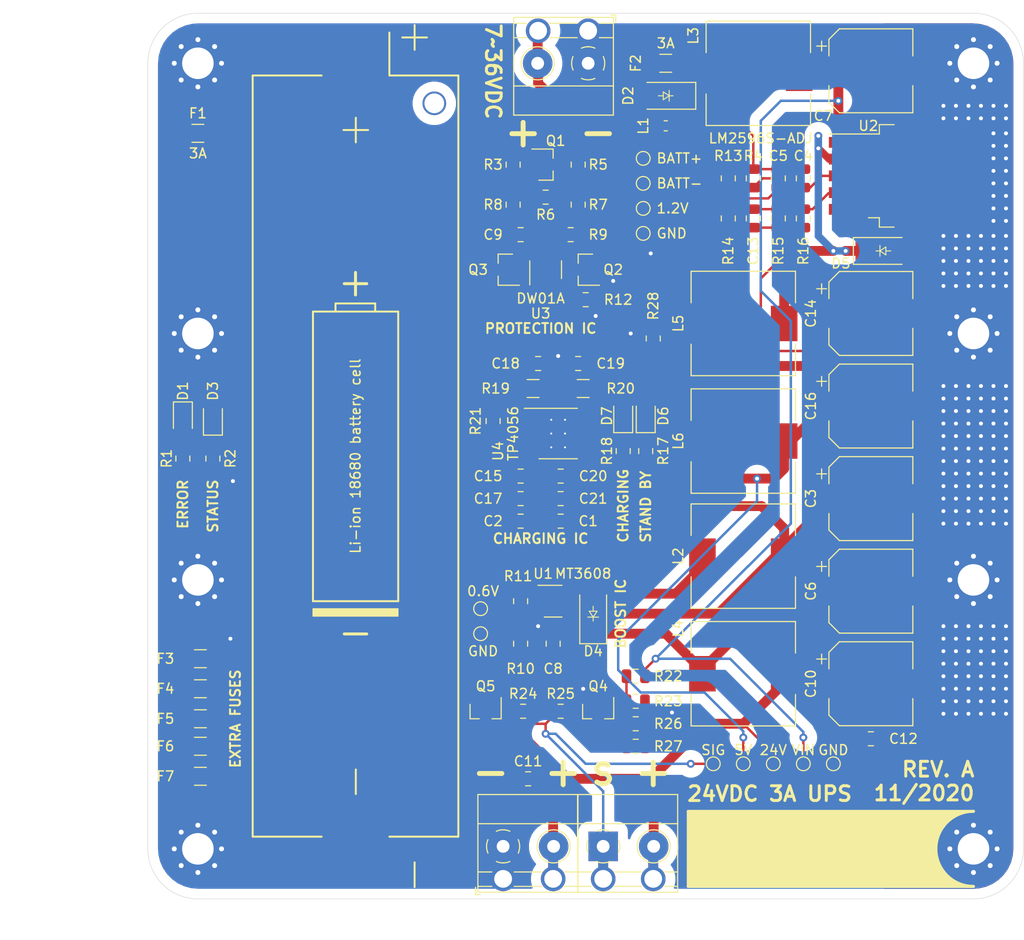
<source format=kicad_pcb>
(kicad_pcb (version 20171130) (host pcbnew "(5.1.5)-3")
  (layers (0 F.Cu signal) (31 B.Cu signal) (34 B.Paste user) (35 F.Paste user) (36 B.SilkS user) (37 F.SilkS user) (38 B.Mask user) (39 F.Mask user) (44 Edge.Cuts user))
  (net 0 "")
  (net 1 GND)
  (net 2 /BATT+)
  (net 3 "Net-(C4-Pad1)")
  (net 4 "Net-(C5-Pad1)")
  (net 5 "Net-(C6-Pad1)")
  (net 6 /BATT-)
  (net 7 "Net-(C9-Pad1)")
  (net 8 +24V)
  (net 9 "Net-(C13-Pad2)")
  (net 10 "Net-(C13-Pad1)")
  (net 11 "Net-(C15-Pad2)")
  (net 12 +5V)
  (net 13 "Net-(D1-Pad2)")
  (net 14 "Net-(D1-Pad1)")
  (net 15 "Net-(D2-Pad1)")
  (net 16 "Net-(D2-Pad2)")
  (net 17 "Net-(D3-Pad1)")
  (net 18 "Net-(D4-Pad2)")
  (net 19 "Net-(D5-Pad1)")
  (net 20 "Net-(D6-Pad1)")
  (net 21 "Net-(D7-Pad1)")
  (net 22 "Net-(F1-Pad2)")
  (net 23 "Net-(F2-Pad1)")
  (net 24 "Net-(Q1-Pad3)")
  (net 25 "Net-(Q1-Pad1)")
  (net 26 "Net-(Q2-Pad3)")
  (net 27 "Net-(Q2-Pad1)")
  (net 28 "Net-(Q3-Pad1)")
  (net 29 "Net-(R10-Pad2)")
  (net 30 "Net-(R12-Pad2)")
  (net 31 "Net-(R17-Pad2)")
  (net 32 "Net-(R18-Pad1)")
  (net 33 "Net-(R20-Pad1)")
  (net 34 "Net-(R21-Pad2)")
  (net 35 "Net-(U1-Pad6)")
  (net 36 "Net-(U3-Pad4)")
  (net 37 "Net-(J1-Pad2)")
  (net 38 /VIN)
  (net 39 "Net-(Q4-Pad3)")
  (net 40 "Net-(Q4-Pad1)")
  (net 41 "Net-(Q5-Pad1)")
  (net 42 "Net-(F3-Pad1)")
  (net 43 "Net-(J4-Pad1)")
  (module e-Power:L_10.4x10.4_H4.8 (layer F.Cu) (at 212.852 114.046 180)
    (fp_text reference L2 (at 6.604 0 270) (layer F.SilkS))
    (fp_text value 10uH)
    (pad 1 smd rect (at -4.15 0 180) (size 2.7 3.6) (layers F.Cu F.Paste F.Mask) (net 2 /BATT+))
    (pad 2 smd rect (at 4.15 0 180) (size 2.7 3.6) (layers F.Cu F.Paste F.Mask) (net 18 "Net-(D4-Pad2)"))
  )
  (module e-Power:L_10.4x10.4_H4.8 (layer F.Cu) (at 214.376 65.024)
    (fp_text reference L3 (at -6.604 -3.81 90) (layer F.SilkS))
    (fp_text value 10uH)
    (pad 1 smd rect (at -4.15 0) (size 2.7 3.6) (layers F.Cu F.Paste F.Mask) (net 4 "Net-(C5-Pad1)"))
    (pad 2 smd rect (at 4.15 0) (size 2.7 3.6) (layers F.Cu F.Paste F.Mask) (net 38 /VIN))
  )
  (module e-Power:L_10.4x10.4_H4.8 (layer F.Cu) (at 212.852 125.984)
    (fp_text reference L4 (at -6.604 -4.572 90) (layer F.SilkS))
    (fp_text value 10uH)
    (pad 1 smd rect (at -4.15 0) (size 2.7 3.6) (layers F.Cu F.Paste F.Mask) (net 5 "Net-(C6-Pad1)"))
    (pad 2 smd rect (at 4.15 0) (size 2.7 3.6) (layers F.Cu F.Paste F.Mask) (net 8 +24V))
  )
  (module e-Power:L_10.4x10.4_H4.8 (layer F.Cu) (at 212.852 90.424 180)
    (fp_text reference L5 (at 6.604 0 90) (layer F.SilkS))
    (fp_text value 10uH)
    (pad 1 smd rect (at -4.15 0 180) (size 2.7 3.6) (layers F.Cu F.Paste F.Mask) (net 19 "Net-(D5-Pad1)"))
    (pad 2 smd rect (at 4.15 0 180) (size 2.7 3.6) (layers F.Cu F.Paste F.Mask) (net 10 "Net-(C13-Pad1)"))
  )
  (module e-Power:L_10.4x10.4_H4.8 (layer F.Cu) (at 212.852 102.362)
    (fp_text reference L6 (at -6.604 0 90) (layer F.SilkS))
    (fp_text value 10uH)
    (pad 1 smd rect (at -4.15 0) (size 2.7 3.6) (layers F.Cu F.Paste F.Mask) (net 10 "Net-(C13-Pad1)"))
    (pad 2 smd rect (at 4.15 0) (size 2.7 3.6) (layers F.Cu F.Paste F.Mask) (net 12 +5V))
  )
  (module e-Power:TestPoint_Pad_D1.0mm (layer F.Cu) (at 186.182 121.92 90)
    (fp_text reference TP11)
    (fp_text value GND (at -1.778 0.254) (layer F.SilkS))
    (pad 1 smd circle (at 0 0 90) (size 1 1) (layers F.Cu F.Mask) (net 1 GND))
  )
  (module Resistor_SMD:R_0805_2012Metric (layer F.Cu) (at 203.708 91.948 270)
    (fp_text reference R28 (at -3.302 0 90) (layer F.SilkS))
    (fp_text value 1K)
    (pad 2 smd roundrect (at 0.9375 0 270) (size 0.975 1.4) (layers F.Cu F.Paste F.Mask) (net 12 +5V))
    (pad 1 smd roundrect (at -0.9375 0 270) (size 0.975 1.4) (layers F.Cu F.Paste F.Mask) (net 1 GND))
  )
  (module Resistor_SMD:R_0805_2012Metric (layer F.Cu) (at 201.93 133.35 180)
    (fp_text reference R27 (at -3.302 0) (layer F.SilkS))
    (fp_text value 10K)
    (pad 2 smd roundrect (at 0.9375 0 180) (size 0.975 1.4) (layers F.Cu F.Paste F.Mask) (net 8 +24V))
    (pad 1 smd roundrect (at -0.9375 0 180) (size 0.975 1.4) (layers F.Cu F.Paste F.Mask) (net 1 GND))
  )
  (module Resistor_SMD:R_0805_2012Metric (layer F.Cu) (at 201.93 131.064 180)
    (fp_text reference R26 (at -3.302 0) (layer F.SilkS))
    (fp_text value 10K)
    (pad 2 smd roundrect (at 0.9375 0 180) (size 0.975 1.4) (layers F.Cu F.Paste F.Mask) (net 8 +24V))
    (pad 1 smd roundrect (at -0.9375 0 180) (size 0.975 1.4) (layers F.Cu F.Paste F.Mask) (net 1 GND))
  )
  (module e-Power:TestPoint_Pad_D1.0mm (layer F.Cu) (at 202.692 81.28)
    (fp_text reference TP10)
    (fp_text value GND (at 1.27 0) (layer F.SilkS) (effects (justify left)))
    (pad 1 smd circle (at 0 0) (size 1 1) (layers F.Cu F.Mask) (net 1 GND))
  )
  (module e-Power:TestPoint_Pad_D1.0mm (layer F.Cu) (at 221.996 135.128)
    (fp_text reference TP9)
    (fp_text value GND (at 0 -1.397) (layer F.SilkS))
    (pad 1 smd circle (at 0 0) (size 1 1) (layers F.Cu F.Mask) (net 1 GND))
  )
  (module e-Power:TerminalBlock_Phoenix_MKDS-1,5-2_1x02_P5.08mm_Horizontal_3D (layer F.Cu) (at 198.628 143.51)
    (fp_text reference J4 hide)
    (fp_text value OUT_SIG)
    (pad 2 thru_hole circle (at 5.08 3.302) (size 2.5 2.5) (drill 1.8) (layers *.Cu *.Mask) (net 8 +24V))
    (pad 1 thru_hole circle (at 0 3.302) (size 2.5 2.5) (drill 1.8) (layers *.Cu *.Mask) (net 43 "Net-(J4-Pad1)"))
    (pad 2 thru_hole circle (at 5.127 0) (size 3 3) (drill 1.3) (layers *.Cu *.Mask) (net 8 +24V))
    (pad 1 thru_hole rect (at 0 0) (size 3 3) (drill 1.3) (layers *.Cu *.Mask) (net 43 "Net-(J4-Pad1)"))
  )
  (module e-Power:TestPoint_Pad_D1.0mm (layer F.Cu) (at 212.852 135.128)
    (fp_text reference TP8)
    (fp_text value 5V (at 0 -1.397) (layer F.SilkS))
    (pad 1 smd circle (at 0 0) (size 1 1) (layers F.Cu F.Mask) (net 12 +5V))
  )
  (module e-Power:TestPoint_Pad_D1.0mm (layer F.Cu) (at 209.804 135.128)
    (fp_text reference TP7)
    (fp_text value SIG (at 0 -1.397) (layer F.SilkS))
    (pad 1 smd circle (at 0 0) (size 1 1) (layers F.Cu F.Mask) (net 43 "Net-(J4-Pad1)"))
  )
  (module e-Power:TestPoint_Pad_D1.0mm (layer F.Cu) (at 215.9 135.128)
    (fp_text reference TP6)
    (fp_text value 24V (at 0 -1.397) (layer F.SilkS))
    (pad 1 smd circle (at 0 0) (size 1 1) (layers F.Cu F.Mask) (net 8 +24V))
  )
  (module e-Power:TestPoint_Pad_D1.0mm (layer F.Cu) (at 202.692 78.74 90)
    (fp_text reference TP5)
    (fp_text value 1.2V (at 0 1.27 180) (layer F.SilkS) (effects (justify left)))
    (pad 1 smd circle (at 0 0 90) (size 1 1) (layers F.Cu F.Mask) (net 9 "Net-(C13-Pad2)"))
  )
  (module e-Power:TestPoint_Pad_D1.0mm (layer F.Cu) (at 186.182 119.38 90)
    (fp_text reference TP4)
    (fp_text value 0.6V (at 1.778 0.254) (layer F.SilkS))
    (pad 1 smd circle (at 0 0 90) (size 1 1) (layers F.Cu F.Mask) (net 29 "Net-(R10-Pad2)"))
  )
  (module e-Power:TestPoint_Pad_D1.0mm (layer F.Cu) (at 218.948 135.128)
    (fp_text reference TP3)
    (fp_text value VIN (at 0 -1.397) (layer F.SilkS))
    (pad 1 smd circle (at 0 0) (size 1 1) (layers F.Cu F.Mask) (net 38 /VIN))
  )
  (module e-Power:TestPoint_Pad_D1.0mm (layer F.Cu) (at 202.692 76.2)
    (fp_text reference TP2)
    (fp_text value BATT- (at 1.27 0) (layer F.SilkS) (effects (justify left)))
    (pad 1 smd circle (at 0 0) (size 1 1) (layers F.Cu F.Mask) (net 24 "Net-(Q1-Pad3)"))
  )
  (module e-Power:TestPoint_Pad_D1.0mm (layer F.Cu) (at 202.692 73.66)
    (fp_text reference TP1)
    (fp_text value BATT+ (at 1.27 0) (layer F.SilkS) (effects (justify left)))
    (pad 1 smd circle (at 0 0) (size 1 1) (layers F.Cu F.Mask) (net 14 "Net-(D1-Pad1)"))
  )
  (module e-Power:FUSE_1206_3216Metric (layer F.Cu) (at 157.734 136.398)
    (fp_text reference F7 (at -3.556 0) (layer F.SilkS))
    (fp_text value Fuse)
    (pad 2 smd trapezoid (at 1.4 0) (size 1.25 1.75) (layers F.Cu F.Paste F.Mask) (net 1 GND))
    (pad 1 smd trapezoid (at -1.4 0) (size 1.25 1.75) (layers F.Cu F.Paste F.Mask) (net 42 "Net-(F3-Pad1)"))
  )
  (module e-Power:FUSE_1206_3216Metric (layer F.Cu) (at 157.734 133.35)
    (fp_text reference F6 (at -3.556 0) (layer F.SilkS))
    (fp_text value Fuse)
    (pad 2 smd trapezoid (at 1.4 0) (size 1.25 1.75) (layers F.Cu F.Paste F.Mask) (net 1 GND))
    (pad 1 smd trapezoid (at -1.4 0) (size 1.25 1.75) (layers F.Cu F.Paste F.Mask) (net 42 "Net-(F3-Pad1)"))
  )
  (module e-Power:FUSE_1206_3216Metric (layer F.Cu) (at 157.734 130.556)
    (fp_text reference F5 (at -3.556 0) (layer F.SilkS))
    (fp_text value Fuse)
    (pad 2 smd trapezoid (at 1.4 0) (size 1.25 1.75) (layers F.Cu F.Paste F.Mask) (net 1 GND))
    (pad 1 smd trapezoid (at -1.4 0) (size 1.25 1.75) (layers F.Cu F.Paste F.Mask) (net 42 "Net-(F3-Pad1)"))
  )
  (module e-Power:FUSE_1206_3216Metric (layer F.Cu) (at 157.734 127.508)
    (fp_text reference F4 (at -3.556 0) (layer F.SilkS))
    (fp_text value Fuse)
    (pad 2 smd trapezoid (at 1.4 0) (size 1.25 1.75) (layers F.Cu F.Paste F.Mask) (net 1 GND))
    (pad 1 smd trapezoid (at -1.4 0) (size 1.25 1.75) (layers F.Cu F.Paste F.Mask) (net 42 "Net-(F3-Pad1)"))
  )
  (module e-Power:FUSE_1206_3216Metric (layer F.Cu) (at 157.734 124.46)
    (fp_text reference F3 (at -3.556 0) (layer F.SilkS))
    (fp_text value Fuse)
    (pad 2 smd trapezoid (at 1.4 0) (size 1.25 1.75) (layers F.Cu F.Paste F.Mask) (net 1 GND))
    (pad 1 smd trapezoid (at -1.4 0) (size 1.25 1.75) (layers F.Cu F.Paste F.Mask) (net 42 "Net-(F3-Pad1)"))
  )
  (module Resistor_SMD:R_0805_2012Metric (layer F.Cu) (at 194.31 129.794)
    (fp_text reference R25 (at 0 -1.778) (layer F.SilkS))
    (fp_text value 10K)
    (pad 2 smd roundrect (at 0.9375 0) (size 0.975 1.4) (layers F.Cu F.Paste F.Mask) (net 1 GND))
    (pad 1 smd roundrect (at -0.9375 0) (size 0.975 1.4) (layers F.Cu F.Paste F.Mask) (net 43 "Net-(J4-Pad1)"))
  )
  (module Resistor_SMD:R_0805_2012Metric (layer F.Cu) (at 190.5 129.794)
    (fp_text reference R24 (at 0 -1.778) (layer F.SilkS))
    (fp_text value 10K)
    (pad 2 smd roundrect (at 0.9375 0) (size 0.975 1.4) (layers F.Cu F.Paste F.Mask) (net 39 "Net-(Q4-Pad3)"))
    (pad 1 smd roundrect (at -0.9375 0) (size 0.975 1.4) (layers F.Cu F.Paste F.Mask) (net 41 "Net-(Q5-Pad1)"))
  )
  (module Resistor_SMD:R_0805_2012Metric (layer F.Cu) (at 201.93 128.778)
    (fp_text reference R23 (at 3.302 0) (layer F.SilkS))
    (fp_text value 1K)
    (pad 2 smd roundrect (at 0.9375 0) (size 0.975 1.4) (layers F.Cu F.Paste F.Mask) (net 1 GND))
    (pad 1 smd roundrect (at -0.9375 0) (size 0.975 1.4) (layers F.Cu F.Paste F.Mask) (net 40 "Net-(Q4-Pad1)"))
  )
  (module Resistor_SMD:R_0805_2012Metric (layer F.Cu) (at 201.93 126.238 180)
    (fp_text reference R22 (at -3.302 0) (layer F.SilkS))
    (fp_text value 10K)
    (pad 2 smd roundrect (at 0.9375 0 180) (size 0.975 1.4) (layers F.Cu F.Paste F.Mask) (net 40 "Net-(Q4-Pad1)"))
    (pad 1 smd roundrect (at -0.9375 0 180) (size 0.975 1.4) (layers F.Cu F.Paste F.Mask) (net 38 /VIN))
  )
  (module Package_TO_SOT_SMD:SOT-23 (layer F.Cu) (at 186.69 129.794 270)
    (fp_text reference Q5 (at -2.54 0 180) (layer F.SilkS))
    (fp_text value MMBT5401)
    (pad 3 smd rect (at 1 0 270) (size 0.9 0.8) (layers F.Cu F.Paste F.Mask) (net 43 "Net-(J4-Pad1)"))
    (pad 2 smd rect (at -1 0.95 270) (size 0.9 0.8) (layers F.Cu F.Paste F.Mask) (net 8 +24V))
    (pad 1 smd rect (at -1 -0.95 270) (size 0.9 0.8) (layers F.Cu F.Paste F.Mask) (net 41 "Net-(Q5-Pad1)"))
  )
  (module Package_TO_SOT_SMD:SOT-23 (layer F.Cu) (at 198.12 129.794 270)
    (fp_text reference Q4 (at -2.54 0 180) (layer F.SilkS))
    (fp_text value MMBT5551)
    (pad 3 smd rect (at 1 0 270) (size 0.9 0.8) (layers F.Cu F.Paste F.Mask) (net 39 "Net-(Q4-Pad3)"))
    (pad 2 smd rect (at -1 0.95 270) (size 0.9 0.8) (layers F.Cu F.Paste F.Mask) (net 1 GND))
    (pad 1 smd rect (at -1 -0.95 270) (size 0.9 0.8) (layers F.Cu F.Paste F.Mask) (net 40 "Net-(Q4-Pad1)"))
  )
  (module e-Power:BatteryHolder_1x18650 (layer F.Cu) (at 173.482 103.886 270)
    (fp_text reference J1 hide)
    (fp_text value 18650_IN)
    (fp_text user "Li-ion 18680 battery cell" (at 0 0 270) (layer F.SilkS))
    (pad 3 thru_hole circle (at -35.814 -8.001 270) (size 2.4 2.4) (drill 2) (layers *.Cu *.Mask))
    (pad 2 smd rect (at 39.33 0 270) (size 7.34 6.35) (layers F.Cu F.Paste F.Mask) (net 37 "Net-(J1-Pad2)"))
    (pad 1 smd rect (at -39.33 0 270) (size 7.34 6.35) (layers F.Cu F.Paste F.Mask) (net 22 "Net-(F1-Pad2)"))
  )
  (module e-Power:TerminalBlock_Phoenix_MKDS-1,5-2_1x02_P5.08mm_Horizontal_3D (layer F.Cu) (at 188.468 143.51)
    (fp_text reference J3 hide)
    (fp_text value 24V)
    (pad 2 thru_hole circle (at 5.08 3.302) (size 2.5 2.5) (drill 1.8) (layers *.Cu *.Mask) (net 8 +24V))
    (pad 1 thru_hole circle (at 0 3.302) (size 2.5 2.5) (drill 1.8) (layers *.Cu *.Mask) (net 1 GND))
    (pad 2 thru_hole circle (at 5.127 0) (size 3 3) (drill 1.3) (layers *.Cu *.Mask) (net 8 +24V))
    (pad 1 thru_hole rect (at 0 0) (size 3 3) (drill 1.3) (layers *.Cu *.Mask) (net 1 GND))
  )
  (module e-Power:TerminalBlock_Phoenix_MKDS-1,5-2_1x02_P5.08mm_Horizontal_3D (layer F.Cu) (at 197.104 64.008 180)
    (fp_text reference J2 hide)
    (fp_text value Input_01x02)
    (pad 2 thru_hole circle (at 5.08 3.302 180) (size 2.5 2.5) (drill 1.8) (layers *.Cu *.Mask) (net 23 "Net-(F2-Pad1)"))
    (pad 1 thru_hole circle (at 0 3.302 180) (size 2.5 2.5) (drill 1.8) (layers *.Cu *.Mask) (net 1 GND))
    (pad 2 thru_hole circle (at 5.127 0 180) (size 3 3) (drill 1.3) (layers *.Cu *.Mask) (net 23 "Net-(F2-Pad1)"))
    (pad 1 thru_hole rect (at 0 0 180) (size 3 3) (drill 1.3) (layers *.Cu *.Mask) (net 1 GND))
  )
  (module MountingHole:MountingHole_3.2mm_M3_Pad_Via (layer F.Cu) (at 157.48 64.008)
    (fp_text reference H8 hide)
    (fp_text value MountingHole_Pad)
    (pad 1 thru_hole circle (at 1.697056 -1.697056) (size 0.8 0.8) (drill 0.5) (layers *.Cu *.Mask) (net 1 GND))
    (pad 1 thru_hole circle (at 0 -2.4) (size 0.8 0.8) (drill 0.5) (layers *.Cu *.Mask) (net 1 GND))
    (pad 1 thru_hole circle (at -1.697056 -1.697056) (size 0.8 0.8) (drill 0.5) (layers *.Cu *.Mask) (net 1 GND))
    (pad 1 thru_hole circle (at -2.4 0) (size 0.8 0.8) (drill 0.5) (layers *.Cu *.Mask) (net 1 GND))
    (pad 1 thru_hole circle (at -1.697056 1.697056) (size 0.8 0.8) (drill 0.5) (layers *.Cu *.Mask) (net 1 GND))
    (pad 1 thru_hole circle (at 0 2.4) (size 0.8 0.8) (drill 0.5) (layers *.Cu *.Mask) (net 1 GND))
    (pad 1 thru_hole circle (at 1.697056 1.697056) (size 0.8 0.8) (drill 0.5) (layers *.Cu *.Mask) (net 1 GND))
    (pad 1 thru_hole circle (at 2.4 0) (size 0.8 0.8) (drill 0.5) (layers *.Cu *.Mask) (net 1 GND))
    (pad 1 thru_hole circle (at 0 0) (size 6.4 6.4) (drill 3.2) (layers *.Cu *.Mask) (net 1 GND))
  )
  (module MountingHole:MountingHole_3.2mm_M3_Pad_Via (layer F.Cu) (at 157.48 116.459)
    (fp_text reference H7 hide)
    (fp_text value MountingHole_Pad hide)
    (pad 1 thru_hole circle (at 1.697056 -1.697056) (size 0.8 0.8) (drill 0.5) (layers *.Cu *.Mask) (net 1 GND))
    (pad 1 thru_hole circle (at 0 -2.4) (size 0.8 0.8) (drill 0.5) (layers *.Cu *.Mask) (net 1 GND))
    (pad 1 thru_hole circle (at -1.697056 -1.697056) (size 0.8 0.8) (drill 0.5) (layers *.Cu *.Mask) (net 1 GND))
    (pad 1 thru_hole circle (at -2.4 0) (size 0.8 0.8) (drill 0.5) (layers *.Cu *.Mask) (net 1 GND))
    (pad 1 thru_hole circle (at -1.697056 1.697056) (size 0.8 0.8) (drill 0.5) (layers *.Cu *.Mask) (net 1 GND))
    (pad 1 thru_hole circle (at 0 2.4) (size 0.8 0.8) (drill 0.5) (layers *.Cu *.Mask) (net 1 GND))
    (pad 1 thru_hole circle (at 1.697056 1.697056) (size 0.8 0.8) (drill 0.5) (layers *.Cu *.Mask) (net 1 GND))
    (pad 1 thru_hole circle (at 2.4 0) (size 0.8 0.8) (drill 0.5) (layers *.Cu *.Mask) (net 1 GND))
    (pad 1 thru_hole circle (at 0 0) (size 6.4 6.4) (drill 3.2) (layers *.Cu *.Mask) (net 1 GND))
  )
  (module MountingHole:MountingHole_3.2mm_M3_Pad_Via (layer F.Cu) (at 236.22 64.008)
    (fp_text reference H6 hide)
    (fp_text value MountingHole_Pad hide)
    (pad 1 thru_hole circle (at 1.697056 -1.697056) (size 0.8 0.8) (drill 0.5) (layers *.Cu *.Mask) (net 1 GND))
    (pad 1 thru_hole circle (at 0 -2.4) (size 0.8 0.8) (drill 0.5) (layers *.Cu *.Mask) (net 1 GND))
    (pad 1 thru_hole circle (at -1.697056 -1.697056) (size 0.8 0.8) (drill 0.5) (layers *.Cu *.Mask) (net 1 GND))
    (pad 1 thru_hole circle (at -2.4 0) (size 0.8 0.8) (drill 0.5) (layers *.Cu *.Mask) (net 1 GND))
    (pad 1 thru_hole circle (at -1.697056 1.697056) (size 0.8 0.8) (drill 0.5) (layers *.Cu *.Mask) (net 1 GND))
    (pad 1 thru_hole circle (at 0 2.4) (size 0.8 0.8) (drill 0.5) (layers *.Cu *.Mask) (net 1 GND))
    (pad 1 thru_hole circle (at 1.697056 1.697056) (size 0.8 0.8) (drill 0.5) (layers *.Cu *.Mask) (net 1 GND))
    (pad 1 thru_hole circle (at 2.4 0) (size 0.8 0.8) (drill 0.5) (layers *.Cu *.Mask) (net 1 GND))
    (pad 1 thru_hole circle (at 0 0) (size 6.4 6.4) (drill 3.2) (layers *.Cu *.Mask) (net 1 GND))
  )
  (module MountingHole:MountingHole_3.2mm_M3_Pad_Via (layer F.Cu) (at 236.22 143.764)
    (fp_text reference H5 hide)
    (fp_text value MountingHole_Pad hide)
    (pad 1 thru_hole circle (at 1.697056 -1.697056) (size 0.8 0.8) (drill 0.5) (layers *.Cu *.Mask) (net 1 GND))
    (pad 1 thru_hole circle (at 0 -2.4) (size 0.8 0.8) (drill 0.5) (layers *.Cu *.Mask) (net 1 GND))
    (pad 1 thru_hole circle (at -1.697056 -1.697056) (size 0.8 0.8) (drill 0.5) (layers *.Cu *.Mask) (net 1 GND))
    (pad 1 thru_hole circle (at -2.4 0) (size 0.8 0.8) (drill 0.5) (layers *.Cu *.Mask) (net 1 GND))
    (pad 1 thru_hole circle (at -1.697056 1.697056) (size 0.8 0.8) (drill 0.5) (layers *.Cu *.Mask) (net 1 GND))
    (pad 1 thru_hole circle (at 0 2.4) (size 0.8 0.8) (drill 0.5) (layers *.Cu *.Mask) (net 1 GND))
    (pad 1 thru_hole circle (at 1.697056 1.697056) (size 0.8 0.8) (drill 0.5) (layers *.Cu *.Mask) (net 1 GND))
    (pad 1 thru_hole circle (at 2.4 0) (size 0.8 0.8) (drill 0.5) (layers *.Cu *.Mask) (net 1 GND))
    (pad 1 thru_hole circle (at 0 0) (size 6.4 6.4) (drill 3.2) (layers *.Cu *.Mask) (net 1 GND))
  )
  (module MountingHole:MountingHole_3.2mm_M3_Pad_Via (layer F.Cu) (at 157.48 143.764)
    (fp_text reference H4 hide)
    (fp_text value MountingHole_Pad hide)
    (pad 1 thru_hole circle (at 1.697056 -1.697056) (size 0.8 0.8) (drill 0.5) (layers *.Cu *.Mask) (net 1 GND))
    (pad 1 thru_hole circle (at 0 -2.4) (size 0.8 0.8) (drill 0.5) (layers *.Cu *.Mask) (net 1 GND))
    (pad 1 thru_hole circle (at -1.697056 -1.697056) (size 0.8 0.8) (drill 0.5) (layers *.Cu *.Mask) (net 1 GND))
    (pad 1 thru_hole circle (at -2.4 0) (size 0.8 0.8) (drill 0.5) (layers *.Cu *.Mask) (net 1 GND))
    (pad 1 thru_hole circle (at -1.697056 1.697056) (size 0.8 0.8) (drill 0.5) (layers *.Cu *.Mask) (net 1 GND))
    (pad 1 thru_hole circle (at 0 2.4) (size 0.8 0.8) (drill 0.5) (layers *.Cu *.Mask) (net 1 GND))
    (pad 1 thru_hole circle (at 1.697056 1.697056) (size 0.8 0.8) (drill 0.5) (layers *.Cu *.Mask) (net 1 GND))
    (pad 1 thru_hole circle (at 2.4 0) (size 0.8 0.8) (drill 0.5) (layers *.Cu *.Mask) (net 1 GND))
    (pad 1 thru_hole circle (at 0 0) (size 6.4 6.4) (drill 3.2) (layers *.Cu *.Mask) (net 1 GND))
  )
  (module MountingHole:MountingHole_3.2mm_M3_Pad_Via (layer F.Cu) (at 157.48 91.44)
    (fp_text reference H3 hide)
    (fp_text value MountingHole_Pad)
    (pad 1 thru_hole circle (at 1.697056 -1.697056) (size 0.8 0.8) (drill 0.5) (layers *.Cu *.Mask) (net 1 GND))
    (pad 1 thru_hole circle (at 0 -2.4) (size 0.8 0.8) (drill 0.5) (layers *.Cu *.Mask) (net 1 GND))
    (pad 1 thru_hole circle (at -1.697056 -1.697056) (size 0.8 0.8) (drill 0.5) (layers *.Cu *.Mask) (net 1 GND))
    (pad 1 thru_hole circle (at -2.4 0) (size 0.8 0.8) (drill 0.5) (layers *.Cu *.Mask) (net 1 GND))
    (pad 1 thru_hole circle (at -1.697056 1.697056) (size 0.8 0.8) (drill 0.5) (layers *.Cu *.Mask) (net 1 GND))
    (pad 1 thru_hole circle (at 0 2.4) (size 0.8 0.8) (drill 0.5) (layers *.Cu *.Mask) (net 1 GND))
    (pad 1 thru_hole circle (at 1.697056 1.697056) (size 0.8 0.8) (drill 0.5) (layers *.Cu *.Mask) (net 1 GND))
    (pad 1 thru_hole circle (at 2.4 0) (size 0.8 0.8) (drill 0.5) (layers *.Cu *.Mask) (net 1 GND))
    (pad 1 thru_hole circle (at 0 0) (size 6.4 6.4) (drill 3.2) (layers *.Cu *.Mask) (net 1 GND))
  )
  (module MountingHole:MountingHole_3.2mm_M3_Pad_Via (layer F.Cu) (at 236.22 116.459)
    (fp_text reference H2 hide)
    (fp_text value MountingHole_Pad hide)
    (pad 1 thru_hole circle (at 1.697056 -1.697056) (size 0.8 0.8) (drill 0.5) (layers *.Cu *.Mask) (net 1 GND))
    (pad 1 thru_hole circle (at 0 -2.4) (size 0.8 0.8) (drill 0.5) (layers *.Cu *.Mask) (net 1 GND))
    (pad 1 thru_hole circle (at -1.697056 -1.697056) (size 0.8 0.8) (drill 0.5) (layers *.Cu *.Mask) (net 1 GND))
    (pad 1 thru_hole circle (at -2.4 0) (size 0.8 0.8) (drill 0.5) (layers *.Cu *.Mask) (net 1 GND))
    (pad 1 thru_hole circle (at -1.697056 1.697056) (size 0.8 0.8) (drill 0.5) (layers *.Cu *.Mask) (net 1 GND))
    (pad 1 thru_hole circle (at 0 2.4) (size 0.8 0.8) (drill 0.5) (layers *.Cu *.Mask) (net 1 GND))
    (pad 1 thru_hole circle (at 1.697056 1.697056) (size 0.8 0.8) (drill 0.5) (layers *.Cu *.Mask) (net 1 GND))
    (pad 1 thru_hole circle (at 2.4 0) (size 0.8 0.8) (drill 0.5) (layers *.Cu *.Mask) (net 1 GND))
    (pad 1 thru_hole circle (at 0 0) (size 6.4 6.4) (drill 3.2) (layers *.Cu *.Mask) (net 1 GND))
  )
  (module MountingHole:MountingHole_3.2mm_M3_Pad_Via (layer F.Cu) (at 236.22 91.44)
    (fp_text reference H1 hide)
    (fp_text value MountingHole_Pad hide)
    (pad 1 thru_hole circle (at 0 0) (size 6.4 6.4) (drill 3.2) (layers *.Cu *.Mask) (net 1 GND))
    (pad 1 thru_hole circle (at 2.4 0) (size 0.8 0.8) (drill 0.5) (layers *.Cu *.Mask) (net 1 GND))
    (pad 1 thru_hole circle (at 1.697056 1.697056) (size 0.8 0.8) (drill 0.5) (layers *.Cu *.Mask) (net 1 GND))
    (pad 1 thru_hole circle (at 0 2.4) (size 0.8 0.8) (drill 0.5) (layers *.Cu *.Mask) (net 1 GND))
    (pad 1 thru_hole circle (at -1.697056 1.697056) (size 0.8 0.8) (drill 0.5) (layers *.Cu *.Mask) (net 1 GND))
    (pad 1 thru_hole circle (at -2.4 0) (size 0.8 0.8) (drill 0.5) (layers *.Cu *.Mask) (net 1 GND))
    (pad 1 thru_hole circle (at -1.697056 -1.697056) (size 0.8 0.8) (drill 0.5) (layers *.Cu *.Mask) (net 1 GND))
    (pad 1 thru_hole circle (at 0 -2.4) (size 0.8 0.8) (drill 0.5) (layers *.Cu *.Mask) (net 1 GND))
    (pad 1 thru_hole circle (at 1.697056 -1.697056) (size 0.8 0.8) (drill 0.5) (layers *.Cu *.Mask) (net 1 GND))
  )
  (module e-Power:ESOP-8-1EP_3.9x4.9mm_P1.27mm_EP2.41x3.81mm_ThermalVias (layer F.Cu) (at 194.056 101.6)
    (fp_text reference U4 (at -6.096 1.778 90) (layer F.SilkS))
    (fp_text value TP4056 (at -4.572 0 90) (layer F.SilkS))
    (pad 8 smd roundrect (at 2.475 -1.905) (size 1.95 0.6) (layers F.Cu F.Paste F.Mask) (net 33 "Net-(R20-Pad1)"))
    (pad 7 smd roundrect (at 2.475 -0.635) (size 1.95 0.6) (layers F.Cu F.Paste F.Mask) (net 32 "Net-(R18-Pad1)"))
    (pad 6 smd roundrect (at 2.475 0.635) (size 1.95 0.6) (layers F.Cu F.Paste F.Mask) (net 31 "Net-(R17-Pad2)"))
    (pad 5 smd roundrect (at 2.475 1.905) (size 1.95 0.6) (layers F.Cu F.Paste F.Mask) (net 2 /BATT+))
    (pad 4 smd roundrect (at -2.475 1.905) (size 1.95 0.6) (layers F.Cu F.Paste F.Mask) (net 33 "Net-(R20-Pad1)"))
    (pad 3 smd roundrect (at -2.475 0.635) (size 1.95 0.6) (layers F.Cu F.Paste F.Mask) (net 1 GND))
    (pad 2 smd roundrect (at -2.475 -0.635) (size 1.95 0.6) (layers F.Cu F.Paste F.Mask) (net 34 "Net-(R21-Pad2)"))
    (pad 1 smd roundrect (at -2.475 -1.905) (size 1.95 0.6) (layers F.Cu F.Paste F.Mask) (net 1 GND))
    (pad 9 smd roundrect (at 0 0) (size 1.9 3.3) (layers B.Cu) (roundrect_rratio 0.131579) (net 1 GND))
    (pad 9 thru_hole circle (at 0.7 1.4) (size 0.5 0.5) (drill 0.2) (layers *.Cu) (net 1 GND))
    (pad 9 thru_hole circle (at -0.7 1.4) (size 0.5 0.5) (drill 0.2) (layers *.Cu) (net 1 GND))
    (pad 9 thru_hole circle (at 0.7 0) (size 0.5 0.5) (drill 0.2) (layers *.Cu) (net 1 GND))
    (pad 9 thru_hole circle (at -0.7 0) (size 0.5 0.5) (drill 0.2) (layers *.Cu) (net 1 GND))
    (pad 9 thru_hole circle (at 0.7 -1.4) (size 0.5 0.5) (drill 0.2) (layers *.Cu) (net 1 GND))
    (pad 9 thru_hole circle (at -0.7 -1.4) (size 0.5 0.5) (drill 0.2) (layers *.Cu) (net 1 GND))
    (pad 9 smd roundrect (at 0 0) (size 2.41 3.81) (layers F.Cu F.Mask) (roundrect_rratio 0.103734) (net 1 GND))
  )
  (module Package_TO_SOT_SMD:SOT-23-6 (layer F.Cu) (at 192.786 84.963 90)
    (fp_text reference U3 (at -4.445 -0.508 180) (layer F.SilkS))
    (fp_text value DW01A (at -2.921 -0.508) (layer F.SilkS))
    (pad 5 smd rect (at 1.1 0 90) (size 1.06 0.65) (layers F.Cu F.Paste F.Mask) (net 7 "Net-(C9-Pad1)"))
    (pad 6 smd rect (at 1.1 -0.95 90) (size 1.06 0.65) (layers F.Cu F.Paste F.Mask) (net 6 /BATT-))
    (pad 4 smd rect (at 1.1 0.95 90) (size 1.06 0.65) (layers F.Cu F.Paste F.Mask) (net 36 "Net-(U3-Pad4)"))
    (pad 3 smd rect (at -1.1 0.95 90) (size 1.06 0.65) (layers F.Cu F.Paste F.Mask) (net 27 "Net-(Q2-Pad1)"))
    (pad 2 smd rect (at -1.1 0 90) (size 1.06 0.65) (layers F.Cu F.Paste F.Mask) (net 30 "Net-(R12-Pad2)"))
    (pad 1 smd rect (at -1.1 -0.95 90) (size 1.06 0.65) (layers F.Cu F.Paste F.Mask) (net 28 "Net-(Q3-Pad1)"))
  )
  (module Package_TO_SOT_SMD:TO-263-5_TabPin3 (layer F.Cu) (at 229.616 75.438)
    (fp_text reference U2 (at -4.064 -5.08) (layer F.SilkS))
    (fp_text value LM2596S-ADJ (at -14.986 -3.81) (layer F.SilkS))
    (pad 3 smd rect (at 3.375 0) (size 9.4 10.8) (layers F.Cu F.Mask) (net 1 GND))
    (pad 5 smd rect (at -5.775 3.4) (size 4.6 1.1) (layers F.Cu F.Paste F.Mask) (net 1 GND))
    (pad 4 smd rect (at -5.775 1.7) (size 4.6 1.1) (layers F.Cu F.Paste F.Mask) (net 9 "Net-(C13-Pad2)"))
    (pad 3 smd rect (at -5.775 0) (size 4.6 1.1) (layers F.Cu F.Paste F.Mask) (net 1 GND))
    (pad 2 smd rect (at -5.775 -1.7) (size 4.6 1.1) (layers F.Cu F.Paste F.Mask) (net 19 "Net-(D5-Pad1)"))
    (pad 1 smd rect (at -5.775 -3.4) (size 4.6 1.1) (layers F.Cu F.Paste F.Mask) (net 38 /VIN))
  )
  (module Package_TO_SOT_SMD:SOT-23-6 (layer F.Cu) (at 193.548 118.618)
    (fp_text reference U1 (at -1.016 -2.794) (layer F.SilkS))
    (fp_text value MT3608 (at 3.048 -2.794 unlocked) (layer F.SilkS))
    (pad 5 smd rect (at 1.1 0) (size 1.06 0.65) (layers F.Cu F.Paste F.Mask) (net 2 /BATT+))
    (pad 6 smd rect (at 1.1 -0.95) (size 1.06 0.65) (layers F.Cu F.Paste F.Mask) (net 35 "Net-(U1-Pad6)"))
    (pad 4 smd rect (at 1.1 0.95) (size 1.06 0.65) (layers F.Cu F.Paste F.Mask) (net 2 /BATT+))
    (pad 3 smd rect (at -1.1 0.95) (size 1.06 0.65) (layers F.Cu F.Paste F.Mask) (net 29 "Net-(R10-Pad2)"))
    (pad 2 smd rect (at -1.1 0) (size 1.06 0.65) (layers F.Cu F.Paste F.Mask) (net 1 GND))
    (pad 1 smd rect (at -1.1 -0.95) (size 1.06 0.65) (layers F.Cu F.Paste F.Mask) (net 18 "Net-(D4-Pad2)"))
  )
  (module Resistor_SMD:R_0805_2012Metric (layer F.Cu) (at 187.452 100.33 90)
    (fp_text reference R21 (at 0 -1.778 90) (layer F.SilkS))
    (fp_text value 1K2)
    (pad 2 smd roundrect (at 0.9375 0 90) (size 0.975 1.4) (layers F.Cu F.Paste F.Mask) (net 34 "Net-(R21-Pad2)"))
    (pad 1 smd roundrect (at -0.9375 0 90) (size 0.975 1.4) (layers F.Cu F.Paste F.Mask) (net 1 GND))
  )
  (module Resistor_SMD:R_1206_3216Metric (layer F.Cu) (at 196.596 97.028 180)
    (fp_text reference R20 (at -3.81 0) (layer F.SilkS))
    (fp_text value 0R1)
    (pad 2 smd roundrect (at 1.4 0 180) (size 1.25 1.75) (layers F.Cu F.Paste F.Mask) (roundrect_rratio 0.2) (net 11 "Net-(C15-Pad2)"))
    (pad 1 smd roundrect (at -1.4 0 180) (size 1.25 1.75) (layers F.Cu F.Paste F.Mask) (roundrect_rratio 0.2) (net 33 "Net-(R20-Pad1)"))
  )
  (module Resistor_SMD:R_1206_3216Metric (layer F.Cu) (at 191.516 97.028 180)
    (fp_text reference R19 (at 3.81 0) (layer F.SilkS))
    (fp_text value 0R1)
    (pad 2 smd roundrect (at 1.4 0 180) (size 1.25 1.75) (layers F.Cu F.Paste F.Mask) (roundrect_rratio 0.2) (net 12 +5V))
    (pad 1 smd roundrect (at -1.4 0 180) (size 1.25 1.75) (layers F.Cu F.Paste F.Mask) (roundrect_rratio 0.2) (net 11 "Net-(C15-Pad2)"))
  )
  (module Resistor_SMD:R_0805_2012Metric (layer F.Cu) (at 200.66 103.378 90)
    (fp_text reference R18 (at 0 -1.65 90) (layer F.SilkS))
    (fp_text value 1K)
    (pad 2 smd roundrect (at 0.9375 0 90) (size 0.975 1.4) (layers F.Cu F.Paste F.Mask) (net 21 "Net-(D7-Pad1)"))
    (pad 1 smd roundrect (at -0.9375 0 90) (size 0.975 1.4) (layers F.Cu F.Paste F.Mask) (net 32 "Net-(R18-Pad1)"))
  )
  (module Resistor_SMD:R_0805_2012Metric (layer F.Cu) (at 202.946 103.378 270)
    (fp_text reference R17 (at 0 -1.778 90) (layer F.SilkS))
    (fp_text value 1K)
    (pad 2 smd roundrect (at 0.9375 0 270) (size 0.975 1.4) (layers F.Cu F.Paste F.Mask) (net 31 "Net-(R17-Pad2)"))
    (pad 1 smd roundrect (at -0.9375 0 270) (size 0.975 1.4) (layers F.Cu F.Paste F.Mask) (net 20 "Net-(D6-Pad1)"))
  )
  (module Resistor_SMD:R_0805_2012Metric (layer F.Cu) (at 218.948 79.756 90)
    (fp_text reference R16 (at -3.302 0 90) (layer F.SilkS))
    (fp_text value 12K)
    (pad 2 smd roundrect (at 0.9375 0 90) (size 0.975 1.4) (layers F.Cu F.Paste F.Mask) (net 9 "Net-(C13-Pad2)"))
    (pad 1 smd roundrect (at -0.9375 0 90) (size 0.975 1.4) (layers F.Cu F.Paste F.Mask) (net 10 "Net-(C13-Pad1)"))
  )
  (module Resistor_SMD:R_0805_2012Metric (layer F.Cu) (at 216.408 79.756 90)
    (fp_text reference R15 (at -3.302 0 90) (layer F.SilkS))
    (fp_text value ADJ)
    (pad 2 smd roundrect (at 0.9375 0 90) (size 0.975 1.4) (layers F.Cu F.Paste F.Mask) (net 9 "Net-(C13-Pad2)"))
    (pad 1 smd roundrect (at -0.9375 0 90) (size 0.975 1.4) (layers F.Cu F.Paste F.Mask) (net 10 "Net-(C13-Pad1)"))
  )
  (module Resistor_SMD:R_0805_2012Metric (layer F.Cu) (at 211.328 79.756 90)
    (fp_text reference R14 (at -3.302 0 270) (layer F.SilkS))
    (fp_text value 3K9)
    (pad 2 smd roundrect (at 0.9375 0 90) (size 0.975 1.4) (layers F.Cu F.Paste F.Mask) (net 9 "Net-(C13-Pad2)"))
    (pad 1 smd roundrect (at -0.9375 0 90) (size 0.975 1.4) (layers F.Cu F.Paste F.Mask) (net 1 GND))
  )
  (module Resistor_SMD:R_0805_2012Metric (layer F.Cu) (at 211.328 75.692 90)
    (fp_text reference R13 (at 2.286 0 180) (layer F.SilkS))
    (fp_text value ADJ)
    (pad 2 smd roundrect (at 0.9375 0 90) (size 0.975 1.4) (layers F.Cu F.Paste F.Mask) (net 1 GND))
    (pad 1 smd roundrect (at -0.9375 0 90) (size 0.975 1.4) (layers F.Cu F.Paste F.Mask) (net 9 "Net-(C13-Pad2)"))
  )
  (module Resistor_SMD:R_0805_2012Metric (layer F.Cu) (at 196.85 88.011 180)
    (fp_text reference R12 (at -3.302 0 180) (layer F.SilkS))
    (fp_text value 1K)
    (pad 2 smd roundrect (at 0.9375 0 180) (size 0.975 1.4) (layers F.Cu F.Paste F.Mask) (net 30 "Net-(R12-Pad2)"))
    (pad 1 smd roundrect (at -0.9375 0 180) (size 0.975 1.4) (layers F.Cu F.Paste F.Mask) (net 1 GND))
  )
  (module Resistor_SMD:R_0805_2012Metric (layer F.Cu) (at 190.246 118.618 90)
    (fp_text reference R11 (at 2.54 -0.254) (layer F.SilkS))
    (fp_text value 1K)
    (pad 2 smd roundrect (at 0.9375 0 90) (size 0.975 1.4) (layers F.Cu F.Paste F.Mask) (net 1 GND))
    (pad 1 smd roundrect (at -0.9375 0 90) (size 0.975 1.4) (layers F.Cu F.Paste F.Mask) (net 29 "Net-(R10-Pad2)"))
  )
  (module Resistor_SMD:R_0805_2012Metric (layer F.Cu) (at 190.246 122.936 90)
    (fp_text reference R10 (at -2.54 0 180) (layer F.SilkS))
    (fp_text value 39K)
    (pad 2 smd roundrect (at 0.9375 0 90) (size 0.975 1.4) (layers F.Cu F.Paste F.Mask) (net 29 "Net-(R10-Pad2)"))
    (pad 1 smd roundrect (at -0.9375 0 90) (size 0.975 1.4) (layers F.Cu F.Paste F.Mask) (net 5 "Net-(C6-Pad1)"))
  )
  (module Resistor_SMD:R_0805_2012Metric (layer F.Cu) (at 195.326 81.407)
    (fp_text reference R9 (at 2.794 0 180) (layer F.SilkS))
    (fp_text value 100R)
    (pad 2 smd roundrect (at 0.9375 0) (size 0.975 1.4) (layers F.Cu F.Paste F.Mask) (net 2 /BATT+))
    (pad 1 smd roundrect (at -0.9375 0) (size 0.975 1.4) (layers F.Cu F.Paste F.Mask) (net 7 "Net-(C9-Pad1)"))
  )
  (module Resistor_SMD:R_0805_2012Metric (layer F.Cu) (at 189.484 78.359 270)
    (fp_text reference R8 (at 0 2.032 180) (layer F.SilkS))
    (fp_text value 0R)
    (pad 2 smd roundrect (at 0.9375 0 270) (size 0.975 1.4) (layers F.Cu F.Paste F.Mask) (net 6 /BATT-))
    (pad 1 smd roundrect (at -0.9375 0 270) (size 0.975 1.4) (layers F.Cu F.Paste F.Mask) (net 24 "Net-(Q1-Pad3)"))
  )
  (module Resistor_SMD:R_0805_2012Metric (layer F.Cu) (at 196.088 78.359 270)
    (fp_text reference R7 (at 0 -2.032 180) (layer F.SilkS))
    (fp_text value 0R)
    (pad 2 smd roundrect (at 0.9375 0 270) (size 0.975 1.4) (layers F.Cu F.Paste F.Mask) (net 2 /BATT+))
    (pad 1 smd roundrect (at -0.9375 0 270) (size 0.975 1.4) (layers F.Cu F.Paste F.Mask) (net 14 "Net-(D1-Pad1)"))
  )
  (module Resistor_SMD:R_0805_2012Metric (layer F.Cu) (at 192.786 77.597)
    (fp_text reference R6 (at 0 1.778) (layer F.SilkS))
    (fp_text value 10K)
    (pad 2 smd roundrect (at 0.9375 0) (size 0.975 1.4) (layers F.Cu F.Paste F.Mask) (net 14 "Net-(D1-Pad1)"))
    (pad 1 smd roundrect (at -0.9375 0) (size 0.975 1.4) (layers F.Cu F.Paste F.Mask) (net 24 "Net-(Q1-Pad3)"))
  )
  (module Resistor_SMD:R_0805_2012Metric (layer F.Cu) (at 196.088 74.295 270)
    (fp_text reference R5 (at 0 -2.032) (layer F.SilkS))
    (fp_text value 1K)
    (pad 2 smd roundrect (at 0.9375 0 270) (size 0.975 1.4) (layers F.Cu F.Paste F.Mask) (net 14 "Net-(D1-Pad1)"))
    (pad 1 smd roundrect (at -0.9375 0 270) (size 0.975 1.4) (layers F.Cu F.Paste F.Mask) (net 25 "Net-(Q1-Pad1)"))
  )
  (module Resistor_SMD:R_0805_2012Metric (layer F.Cu) (at 213.868 75.692 270)
    (fp_text reference R4 (at -2.286 0 180) (layer F.SilkS))
    (fp_text value 2.2R)
    (pad 2 smd roundrect (at 0.9375 0 270) (size 0.975 1.4) (layers F.Cu F.Paste F.Mask) (net 3 "Net-(C4-Pad1)"))
    (pad 1 smd roundrect (at -0.9375 0 270) (size 0.975 1.4) (layers F.Cu F.Paste F.Mask) (net 4 "Net-(C5-Pad1)"))
  )
  (module Resistor_SMD:R_0805_2012Metric (layer F.Cu) (at 189.484 74.295 90)
    (fp_text reference R3 (at 0 -2.032 180) (layer F.SilkS))
    (fp_text value 10K)
    (pad 2 smd roundrect (at 0.9375 0 90) (size 0.975 1.4) (layers F.Cu F.Paste F.Mask) (net 25 "Net-(Q1-Pad1)"))
    (pad 1 smd roundrect (at -0.9375 0 90) (size 0.975 1.4) (layers F.Cu F.Paste F.Mask) (net 37 "Net-(J1-Pad2)"))
  )
  (module Resistor_SMD:R_0805_2012Metric (layer F.Cu) (at 159.004 104.14 270)
    (fp_text reference R2 (at 0 -1.778 90) (layer F.SilkS))
    (fp_text value 1K)
    (pad 2 smd roundrect (at 0.9375 0 270) (size 0.975 1.4) (layers F.Cu F.Paste F.Mask) (net 1 GND))
    (pad 1 smd roundrect (at -0.9375 0 270) (size 0.975 1.4) (layers F.Cu F.Paste F.Mask) (net 17 "Net-(D3-Pad1)"))
  )
  (module Resistor_SMD:R_0805_2012Metric (layer F.Cu) (at 155.956 104.14 90)
    (fp_text reference R1 (at 0 -1.65 90) (layer F.SilkS))
    (fp_text value 1K)
    (pad 2 smd roundrect (at 0.9375 0 90) (size 0.975 1.4) (layers F.Cu F.Paste F.Mask) (net 13 "Net-(D1-Pad2)"))
    (pad 1 smd roundrect (at -0.9375 0 90) (size 0.975 1.4) (layers F.Cu F.Paste F.Mask) (net 37 "Net-(J1-Pad2)"))
  )
  (module Package_TO_SOT_SMD:SOT-23 (layer F.Cu) (at 188.722 84.963 180)
    (fp_text reference Q3 (at 2.794 0 180) (layer F.SilkS))
    (fp_text value Si2302DS)
    (pad 3 smd rect (at 1 0 180) (size 0.9 0.8) (layers F.Cu F.Paste F.Mask) (net 26 "Net-(Q2-Pad3)"))
    (pad 2 smd rect (at -1 0.95 180) (size 0.9 0.8) (layers F.Cu F.Paste F.Mask) (net 6 /BATT-))
    (pad 1 smd rect (at -1 -0.95 180) (size 0.9 0.8) (layers F.Cu F.Paste F.Mask) (net 28 "Net-(Q3-Pad1)"))
  )
  (module Package_TO_SOT_SMD:SOT-23 (layer F.Cu) (at 196.85 84.963 180)
    (fp_text reference Q2 (at -2.794 0 180) (layer F.SilkS))
    (fp_text value Si2302DS)
    (pad 3 smd rect (at 1 0 180) (size 0.9 0.8) (layers F.Cu F.Paste F.Mask) (net 26 "Net-(Q2-Pad3)"))
    (pad 2 smd rect (at -1 0.95 180) (size 0.9 0.8) (layers F.Cu F.Paste F.Mask) (net 1 GND))
    (pad 1 smd rect (at -1 -0.95 180) (size 0.9 0.8) (layers F.Cu F.Paste F.Mask) (net 27 "Net-(Q2-Pad1)"))
  )
  (module Package_TO_SOT_SMD:SOT-23 (layer F.Cu) (at 192.786 74.295)
    (fp_text reference Q1 (at 1.016 -2.413) (layer F.SilkS))
    (fp_text value Si2302DS)
    (pad 3 smd rect (at 1 0) (size 0.9 0.8) (layers F.Cu F.Paste F.Mask) (net 24 "Net-(Q1-Pad3)"))
    (pad 2 smd rect (at -1 0.95) (size 0.9 0.8) (layers F.Cu F.Paste F.Mask) (net 37 "Net-(J1-Pad2)"))
    (pad 1 smd rect (at -1 -0.95) (size 0.9 0.8) (layers F.Cu F.Paste F.Mask) (net 25 "Net-(Q1-Pad1)"))
  )
  (module e-Power:FB_0603_1608Metric (layer F.Cu) (at 204.978 70.358)
    (fp_text reference L1 (at -2.286 0 90) (layer F.SilkS))
    (fp_text value Ferrite)
    (pad 2 smd trapezoid (at 0.7875 0) (size 0.875 0.95) (layers F.Cu F.Paste F.Mask) (net 4 "Net-(C5-Pad1)"))
    (pad 1 smd trapezoid (at -0.7875 0) (size 0.875 0.95) (layers F.Cu F.Paste F.Mask) (net 15 "Net-(D2-Pad1)"))
  )
  (module e-Power:FUSE_1206_3216Metric (layer F.Cu) (at 204.978 64.008)
    (fp_text reference F2 (at -3.048 0 90) (layer F.SilkS))
    (fp_text value Fuse)
    (fp_text user 3A (at 0 -2.032) (layer F.SilkS))
    (pad 2 smd trapezoid (at 1.4 0) (size 1.25 1.75) (layers F.Cu F.Paste F.Mask) (net 16 "Net-(D2-Pad2)"))
    (pad 1 smd trapezoid (at -1.4 0) (size 1.25 1.75) (layers F.Cu F.Paste F.Mask) (net 23 "Net-(F2-Pad1)"))
  )
  (module e-Power:FUSE_1206_3216Metric (layer F.Cu) (at 157.48 71.12)
    (fp_text reference F1 (at 0 -2.032) (layer F.SilkS))
    (fp_text value Fuse)
    (fp_text user 3A (at 0 2.032) (layer F.SilkS))
    (pad 2 smd trapezoid (at 1.4 0) (size 1.25 1.75) (layers F.Cu F.Paste F.Mask) (net 22 "Net-(F1-Pad2)"))
    (pad 1 smd trapezoid (at -1.4 0) (size 1.25 1.75) (layers F.Cu F.Paste F.Mask) (net 14 "Net-(D1-Pad1)"))
  )
  (module LED_SMD:LED_0805_2012Metric (layer F.Cu) (at 200.66 99.822 90)
    (fp_text reference D7 (at 0 -1.65 90) (layer F.SilkS))
    (fp_text value RED)
    (pad 2 smd roundrect (at 0.9375 0 90) (size 0.975 1.4) (layers F.Cu F.Paste F.Mask) (net 11 "Net-(C15-Pad2)"))
    (pad 1 smd roundrect (at -0.9375 0 90) (size 0.975 1.4) (layers F.Cu F.Paste F.Mask) (net 21 "Net-(D7-Pad1)"))
  )
  (module LED_SMD:LED_0805_2012Metric (layer F.Cu) (at 202.946 99.822 90)
    (fp_text reference D6 (at 0 1.778 90) (layer F.SilkS))
    (fp_text value GREEN)
    (pad 2 smd roundrect (at 0.9375 0 90) (size 0.975 1.4) (layers F.Cu F.Paste F.Mask) (net 11 "Net-(C15-Pad2)"))
    (pad 1 smd roundrect (at -0.9375 0 90) (size 0.975 1.4) (layers F.Cu F.Paste F.Mask) (net 20 "Net-(D6-Pad1)"))
  )
  (module e-Power:DO-214AC (layer F.Cu) (at 227.076 83.058)
    (fp_text reference D5 (at -4.318 1.27) (layer F.SilkS))
    (fp_text value SS54HF)
    (pad 1 smd rect (at -2.032 0) (size 1.6 2) (layers F.Cu F.Paste F.Mask) (net 19 "Net-(D5-Pad1)"))
    (pad 2 smd rect (at 2.032 0) (size 1.6 2) (layers F.Cu F.Paste F.Mask) (net 1 GND))
  )
  (module e-Power:DO-214AC (layer F.Cu) (at 197.612 119.888 90)
    (fp_text reference D4 (at -3.81 0 180) (layer F.SilkS))
    (fp_text value SS54HF)
    (pad 1 smd rect (at -2.032 0 90) (size 1.6 2) (layers F.Cu F.Paste F.Mask) (net 5 "Net-(C6-Pad1)"))
    (pad 2 smd rect (at 2.032 0 90) (size 1.6 2) (layers F.Cu F.Paste F.Mask) (net 18 "Net-(D4-Pad2)"))
  )
  (module LED_SMD:LED_0805_2012Metric (layer F.Cu) (at 159.004 100.076 90)
    (fp_text reference D3 (at 2.794 0 90) (layer F.SilkS))
    (fp_text value GREEN)
    (pad 2 smd roundrect (at 0.9375 0 90) (size 0.975 1.4) (layers F.Cu F.Paste F.Mask) (net 14 "Net-(D1-Pad1)"))
    (pad 1 smd roundrect (at -0.9375 0 90) (size 0.975 1.4) (layers F.Cu F.Paste F.Mask) (net 17 "Net-(D3-Pad1)"))
  )
  (module e-Power:DO-214AC (layer F.Cu) (at 204.978 67.31 180)
    (fp_text reference D2 (at 3.81 0 90) (layer F.SilkS))
    (fp_text value SS54HF)
    (pad 1 smd rect (at -2.032 0 180) (size 1.6 2) (layers F.Cu F.Paste F.Mask) (net 15 "Net-(D2-Pad1)"))
    (pad 2 smd rect (at 2.032 0 180) (size 1.6 2) (layers F.Cu F.Paste F.Mask) (net 16 "Net-(D2-Pad2)"))
  )
  (module LED_SMD:LED_0805_2012Metric (layer F.Cu) (at 155.956 100.076 270)
    (fp_text reference D1 (at -2.794 0 90) (layer F.SilkS))
    (fp_text value RED)
    (pad 2 smd roundrect (at 0.9375 0 270) (size 0.975 1.4) (layers F.Cu F.Paste F.Mask) (net 13 "Net-(D1-Pad2)"))
    (pad 1 smd roundrect (at -0.9375 0 270) (size 0.975 1.4) (layers F.Cu F.Paste F.Mask) (net 14 "Net-(D1-Pad1)"))
  )
  (module Capacitor_SMD:C_0805_2012Metric (layer F.Cu) (at 194.31 108.204 180)
    (fp_text reference C21 (at -3.302 0) (layer F.SilkS))
    (fp_text value 10nF)
    (pad 2 smd roundrect (at 0.9375 0 180) (size 0.975 1.4) (layers F.Cu F.Paste F.Mask) (net 1 GND))
    (pad 1 smd roundrect (at -0.9375 0 180) (size 0.975 1.4) (layers F.Cu F.Paste F.Mask) (net 2 /BATT+))
  )
  (module Capacitor_SMD:C_0805_2012Metric (layer F.Cu) (at 194.31 105.918)
    (fp_text reference C20 (at 3.302 0) (layer F.SilkS))
    (fp_text value 100nF)
    (pad 2 smd roundrect (at 0.9375 0) (size 0.975 1.4) (layers F.Cu F.Paste F.Mask) (net 2 /BATT+))
    (pad 1 smd roundrect (at -0.9375 0) (size 0.975 1.4) (layers F.Cu F.Paste F.Mask) (net 1 GND))
  )
  (module Capacitor_SMD:C_0805_2012Metric (layer F.Cu) (at 196.088 94.488 180)
    (fp_text reference C19 (at -3.302 0) (layer F.SilkS))
    (fp_text value 10uF)
    (pad 2 smd roundrect (at 0.9375 0 180) (size 0.975 1.4) (layers F.Cu F.Paste F.Mask) (net 1 GND))
    (pad 1 smd roundrect (at -0.9375 0 180) (size 0.975 1.4) (layers F.Cu F.Paste F.Mask) (net 12 +5V))
  )
  (module Capacitor_SMD:C_0805_2012Metric (layer F.Cu) (at 192.024 94.488)
    (fp_text reference C18 (at -3.302 0) (layer F.SilkS))
    (fp_text value 100nF)
    (pad 2 smd roundrect (at 0.9375 0) (size 0.975 1.4) (layers F.Cu F.Paste F.Mask) (net 1 GND))
    (pad 1 smd roundrect (at -0.9375 0) (size 0.975 1.4) (layers F.Cu F.Paste F.Mask) (net 12 +5V))
  )
  (module Capacitor_SMD:C_0805_2012Metric (layer F.Cu) (at 190.246 108.204)
    (fp_text reference C17 (at -3.302 0) (layer F.SilkS))
    (fp_text value 10uF)
    (pad 2 smd roundrect (at 0.9375 0) (size 0.975 1.4) (layers F.Cu F.Paste F.Mask) (net 1 GND))
    (pad 1 smd roundrect (at -0.9375 0) (size 0.975 1.4) (layers F.Cu F.Paste F.Mask) (net 11 "Net-(C15-Pad2)"))
  )
  (module Capacitor_SMD:CP_Elec_8x10 (layer F.Cu) (at 225.806 98.806)
    (fp_text reference C16 (at -6.096 0 90) (layer F.SilkS))
    (fp_text value 220uF)
    (pad 2 smd roundrect (at 3.25 0) (size 3.5 2.5) (layers F.Cu F.Paste F.Mask) (roundrect_rratio 0.1) (net 1 GND))
    (pad 1 smd roundrect (at -3.25 0) (size 3.5 2.5) (layers F.Cu F.Paste F.Mask) (roundrect_rratio 0.1) (net 12 +5V))
  )
  (module Capacitor_SMD:C_0805_2012Metric (layer F.Cu) (at 190.246 105.918 180)
    (fp_text reference C15 (at 3.302 0) (layer F.SilkS))
    (fp_text value 100nF)
    (pad 2 smd roundrect (at 0.9375 0 180) (size 0.975 1.4) (layers F.Cu F.Paste F.Mask) (net 11 "Net-(C15-Pad2)"))
    (pad 1 smd roundrect (at -0.9375 0 180) (size 0.975 1.4) (layers F.Cu F.Paste F.Mask) (net 1 GND))
  )
  (module Capacitor_SMD:CP_Elec_8x10 (layer F.Cu) (at 225.806 89.408)
    (fp_text reference C14 (at -6.096 0 270) (layer F.SilkS))
    (fp_text value 220uF)
    (pad 2 smd roundrect (at 3.25 0) (size 3.5 2.5) (layers F.Cu F.Paste F.Mask) (roundrect_rratio 0.1) (net 1 GND))
    (pad 1 smd roundrect (at -3.25 0) (size 3.5 2.5) (layers F.Cu F.Paste F.Mask) (roundrect_rratio 0.1) (net 10 "Net-(C13-Pad1)"))
  )
  (module Capacitor_SMD:C_0805_2012Metric (layer F.Cu) (at 213.868 79.756 90)
    (fp_text reference C13 (at -3.302 0 90) (layer F.SilkS))
    (fp_text value 100nF)
    (pad 2 smd roundrect (at 0.9375 0 90) (size 0.975 1.4) (layers F.Cu F.Paste F.Mask) (net 9 "Net-(C13-Pad2)"))
    (pad 1 smd roundrect (at -0.9375 0 90) (size 0.975 1.4) (layers F.Cu F.Paste F.Mask) (net 10 "Net-(C13-Pad1)"))
  )
  (module Capacitor_SMD:C_0805_2012Metric (layer F.Cu) (at 225.806 132.588)
    (fp_text reference C12 (at 3.302 0) (layer F.SilkS))
    (fp_text value 10nF)
    (pad 2 smd roundrect (at 0.9375 0) (size 0.975 1.4) (layers F.Cu F.Paste F.Mask) (net 1 GND))
    (pad 1 smd roundrect (at -0.9375 0) (size 0.975 1.4) (layers F.Cu F.Paste F.Mask) (net 8 +24V))
  )
  (module Capacitor_SMD:C_0805_2012Metric (layer F.Cu) (at 191.008 136.652 180)
    (fp_text reference C11 (at 0 1.778) (layer F.SilkS))
    (fp_text value 100nF)
    (pad 2 smd roundrect (at 0.9375 0 180) (size 0.975 1.4) (layers F.Cu F.Paste F.Mask) (net 1 GND))
    (pad 1 smd roundrect (at -0.9375 0 180) (size 0.975 1.4) (layers F.Cu F.Paste F.Mask) (net 8 +24V))
  )
  (module Capacitor_SMD:CP_Elec_8x10 (layer F.Cu) (at 225.806 127)
    (fp_text reference C10 (at -6.096 0 90) (layer F.SilkS))
    (fp_text value 220uF)
    (pad 2 smd roundrect (at 3.25 0) (size 3.5 2.5) (layers F.Cu F.Paste F.Mask) (roundrect_rratio 0.1) (net 1 GND))
    (pad 1 smd roundrect (at -3.25 0) (size 3.5 2.5) (layers F.Cu F.Paste F.Mask) (roundrect_rratio 0.1) (net 8 +24V))
  )
  (module Capacitor_SMD:C_0805_2012Metric (layer F.Cu) (at 190.246 81.407 180)
    (fp_text reference C9 (at 2.794 0 180) (layer F.SilkS))
    (fp_text value 100nF)
    (pad 2 smd roundrect (at 0.9375 0 180) (size 0.975 1.4) (layers F.Cu F.Paste F.Mask) (net 6 /BATT-))
    (pad 1 smd roundrect (at -0.9375 0 180) (size 0.975 1.4) (layers F.Cu F.Paste F.Mask) (net 7 "Net-(C9-Pad1)"))
  )
  (module Capacitor_SMD:C_0805_2012Metric (layer F.Cu) (at 193.548 122.936 90)
    (fp_text reference C8 (at -2.54 0 180) (layer F.SilkS))
    (fp_text value 100nF)
    (pad 2 smd roundrect (at 0.9375 0 90) (size 0.975 1.4) (layers F.Cu F.Paste F.Mask) (net 1 GND))
    (pad 1 smd roundrect (at -0.9375 0 90) (size 0.975 1.4) (layers F.Cu F.Paste F.Mask) (net 5 "Net-(C6-Pad1)"))
  )
  (module Capacitor_SMD:CP_Elec_8x10 (layer F.Cu) (at 225.806 64.77)
    (fp_text reference C7 (at -4.826 4.572) (layer F.SilkS))
    (fp_text value 220uF)
    (pad 2 smd roundrect (at 3.25 0) (size 3.5 2.5) (layers F.Cu F.Paste F.Mask) (roundrect_rratio 0.1) (net 1 GND))
    (pad 1 smd roundrect (at -3.25 0) (size 3.5 2.5) (layers F.Cu F.Paste F.Mask) (roundrect_rratio 0.1) (net 38 /VIN))
  )
  (module Capacitor_SMD:CP_Elec_8x10 (layer F.Cu) (at 225.806 117.602)
    (fp_text reference C6 (at -6.096 0 90) (layer F.SilkS))
    (fp_text value 220uF)
    (pad 2 smd roundrect (at 3.25 0) (size 3.5 2.5) (layers F.Cu F.Paste F.Mask) (roundrect_rratio 0.1) (net 1 GND))
    (pad 1 smd roundrect (at -3.25 0) (size 3.5 2.5) (layers F.Cu F.Paste F.Mask) (roundrect_rratio 0.1) (net 5 "Net-(C6-Pad1)"))
  )
  (module Capacitor_SMD:C_0805_2012Metric (layer F.Cu) (at 216.408 75.692 270)
    (fp_text reference C5 (at -2.286 0 180) (layer F.SilkS))
    (fp_text value 10nF)
    (pad 2 smd roundrect (at 0.9375 0 270) (size 0.975 1.4) (layers F.Cu F.Paste F.Mask) (net 1 GND))
    (pad 1 smd roundrect (at -0.9375 0 270) (size 0.975 1.4) (layers F.Cu F.Paste F.Mask) (net 4 "Net-(C5-Pad1)"))
  )
  (module Capacitor_SMD:C_0805_2012Metric (layer F.Cu) (at 218.948 75.692 270)
    (fp_text reference C4 (at -2.286 0 180) (layer F.SilkS))
    (fp_text value 1uF)
    (pad 2 smd roundrect (at 0.9375 0 270) (size 0.975 1.4) (layers F.Cu F.Paste F.Mask) (net 1 GND))
    (pad 1 smd roundrect (at -0.9375 0 270) (size 0.975 1.4) (layers F.Cu F.Paste F.Mask) (net 3 "Net-(C4-Pad1)"))
  )
  (module Capacitor_SMD:CP_Elec_8x10 (layer F.Cu) (at 225.806 108.204)
    (fp_text reference C3 (at -6.096 0 90) (layer F.SilkS))
    (fp_text value 220uF)
    (pad 2 smd roundrect (at 3.25 0) (size 3.5 2.5) (layers F.Cu F.Paste F.Mask) (roundrect_rratio 0.1) (net 1 GND))
    (pad 1 smd roundrect (at -3.25 0) (size 3.5 2.5) (layers F.Cu F.Paste F.Mask) (roundrect_rratio 0.1) (net 2 /BATT+))
  )
  (module Capacitor_SMD:C_0805_2012Metric (layer F.Cu) (at 190.246 110.49)
    (fp_text reference C2 (at -2.794 0) (layer F.SilkS))
    (fp_text value 100nF)
    (pad 2 smd roundrect (at 0.9375 0) (size 0.975 1.4) (layers F.Cu F.Paste F.Mask) (net 1 GND))
    (pad 1 smd roundrect (at -0.9375 0) (size 0.975 1.4) (layers F.Cu F.Paste F.Mask) (net 2 /BATT+))
  )
  (module Capacitor_SMD:C_0805_2012Metric (layer F.Cu) (at 194.31 110.49 180)
    (fp_text reference C1 (at -2.794 0) (layer F.SilkS))
    (fp_text value 10nF)
    (pad 2 smd roundrect (at 0.9375 0 180) (size 0.975 1.4) (layers F.Cu F.Paste F.Mask) (net 1 GND))
    (pad 1 smd roundrect (at -0.9375 0 180) (size 0.975 1.4) (layers F.Cu F.Paste F.Mask) (net 2 /BATT+))
  )
  (gr_text - (at 173.482 122.174 180) (layer F.SilkS) (effects (font (size 3 3) (thickness 0.3))))
  (gr_text + (at 173.482 86.614 180) (layer F.SilkS) (effects (font (size 3 3) (thickness 0.3))))
  (gr_text "REV. A\n11/2020\n" (at 236.474 136.906) (layer F.SilkS) (effects (font (size 1.5 1.5) (thickness 0.3)) (justify right)))
  (gr_text "24VDC 3A UPS" (at 207.01 138.176) (layer F.SilkS) (effects (font (size 1.5 1.5) (thickness 0.3)) (justify left)))
  (gr_text 7~~36VDC (at 187.452 69.85 270) (layer F.SilkS) (effects (font (size 1.5 1.5) (thickness 0.3)) (justify right)))
  (gr_text + (at 190.5 71.374 180) (layer F.SilkS) (effects (font (size 3 3) (thickness 0.5))))
  (gr_text - (at 198.12 71.374 180) (layer F.SilkS) (effects (font (size 3 3) (thickness 0.5))))
  (gr_text s (at 198.628 135.763) (layer F.SilkS) (effects (font (size 3 3) (thickness 0.5))))
  (gr_text + (at 203.708 135.89) (layer F.SilkS) (effects (font (size 3 3) (thickness 0.5))))
  (gr_poly (pts (xy 210.82 147.574) (xy 207.264 147.574) (xy 207.264 139.954) (xy 210.82 139.954)) (layer F.SilkS) (width 0.1))
  (gr_line (start 207.264 139.954) (end 207.264 147.574) (layer F.SilkS) (width 0.3))
  (gr_line (start 233.426 146.558) (end 210.82 146.558) (layer F.SilkS) (width 0.3))
  (gr_line (start 233.172 146.304) (end 210.82 146.304) (layer F.SilkS) (width 0.3))
  (gr_line (start 233.172 146.05) (end 210.82 146.05) (layer F.SilkS) (width 0.3))
  (gr_line (start 234.696 147.32) (end 210.82 147.32) (layer F.SilkS) (width 0.3))
  (gr_line (start 233.934 146.812) (end 210.82 146.812) (layer F.SilkS) (width 0.3))
  (gr_line (start 234.188 147.066) (end 210.82 147.066) (layer F.SilkS) (width 0.3))
  (gr_line (start 236.22 147.574) (end 207.264 147.574) (layer F.SilkS) (width 0.3))
  (gr_line (start 232.664 145.542) (end 210.82 145.542) (layer F.SilkS) (width 0.3))
  (gr_line (start 232.41 144.78) (end 210.82 144.78) (layer F.SilkS) (width 0.3))
  (gr_line (start 232.918 145.796) (end 210.82 145.796) (layer F.SilkS) (width 0.3))
  (gr_line (start 232.664 145.288) (end 210.82 145.288) (layer F.SilkS) (width 0.3))
  (gr_line (start 232.41 145.034) (end 210.82 145.034) (layer F.SilkS) (width 0.3))
  (gr_line (start 232.41 144.526) (end 210.82 144.526) (layer F.SilkS) (width 0.3))
  (gr_line (start 232.41 144.272) (end 210.82 144.272) (layer F.SilkS) (width 0.3))
  (gr_line (start 232.41 144.018) (end 210.82 144.018) (layer F.SilkS) (width 0.3))
  (gr_line (start 232.41 142.748) (end 210.82 142.748) (layer F.SilkS) (width 0.3))
  (gr_line (start 232.41 143.51) (end 210.82 143.51) (layer F.SilkS) (width 0.3))
  (gr_line (start 232.41 143.256) (end 210.82 143.256) (layer F.SilkS) (width 0.3))
  (gr_line (start 232.41 143.764) (end 210.82 143.764) (layer F.SilkS) (width 0.3))
  (gr_line (start 232.41 143.002) (end 210.82 143.002) (layer F.SilkS) (width 0.3))
  (gr_line (start 232.41 142.494) (end 210.82 142.494) (layer F.SilkS) (width 0.3))
  (gr_line (start 232.664 142.24) (end 210.82 142.24) (layer F.SilkS) (width 0.3))
  (gr_line (start 232.664 141.986) (end 210.82 141.986) (layer F.SilkS) (width 0.3))
  (gr_line (start 232.918 141.732) (end 210.82 141.732) (layer F.SilkS) (width 0.3))
  (gr_line (start 233.172 141.478) (end 210.82 141.478) (layer F.SilkS) (width 0.3))
  (gr_line (start 233.172 141.478) (end 210.82 141.478) (layer F.SilkS) (width 0.3))
  (gr_line (start 233.172 141.224) (end 210.82 141.224) (layer F.SilkS) (width 0.3))
  (gr_line (start 233.426 140.97) (end 210.82 140.97) (layer F.SilkS) (width 0.3))
  (gr_line (start 233.934 140.716) (end 210.82 140.716) (layer F.SilkS) (width 0.3))
  (gr_line (start 234.188 140.462) (end 210.82 140.462) (layer F.SilkS) (width 0.3))
  (gr_line (start 234.696 140.208) (end 210.82 140.208) (layer F.SilkS) (width 0.3))
  (gr_line (start 236.22 139.954) (end 207.264 139.954) (layer F.SilkS) (width 0.3))
  (gr_arc (start 236.22 143.764) (end 236.22 139.954) (angle -180) (layer F.SilkS) (width 0.3))
  (gr_text "EXTRA FUSES" (at 161.29 130.556 90) (layer F.SilkS) (effects (font (size 1 1) (thickness 0.2))))
  (gr_text - (at 187.198 135.89) (layer F.SilkS) (effects (font (size 3 3) (thickness 0.5))))
  (gr_text + (at 194.564 135.89) (layer F.SilkS) (effects (font (size 3 3) (thickness 0.5))))
  (gr_text "BOOST IC" (at 200.406 119.888 90) (layer F.SilkS) (effects (font (size 1 1) (thickness 0.2))))
  (gr_text "CHARGING IC" (at 192.278 112.268) (layer F.SilkS) (effects (font (size 1 1) (thickness 0.2))))
  (gr_text ERROR (at 155.956 106.172 90) (layer F.SilkS) (effects (font (size 1 1) (thickness 0.2)) (justify right)))
  (gr_text STATUS (at 159.004 106.172 90) (layer F.SilkS) (effects (font (size 1 1) (thickness 0.2)) (justify right)))
  (gr_text CHARGING (at 200.66 112.776 90) (layer F.SilkS) (effects (font (size 1 1) (thickness 0.2)) (justify left)))
  (gr_text "STAND BY" (at 202.946 112.776 90) (layer F.SilkS) (effects (font (size 1 1) (thickness 0.2)) (justify left)))
  (gr_text "PROTECTION IC" (at 192.278 90.932) (layer F.SilkS) (effects (font (size 1 1) (thickness 0.2))))
  (gr_arc (start 236.22 64.008) (end 241.3 64.008) (angle -90) (layer Edge.Cuts) (width 0.05))
  (gr_arc (start 236.22 143.764) (end 236.22 148.844) (angle -90) (layer Edge.Cuts) (width 0.05))
  (gr_arc (start 157.48 64.008) (end 157.48 58.928) (angle -90) (layer Edge.Cuts) (width 0.05))
  (gr_arc (start 157.48 143.764) (end 152.4 143.764) (angle -90) (layer Edge.Cuts) (width 0.05))
  (gr_line (start 241.3 64.008) (end 241.3 143.764) (layer Edge.Cuts) (width 0.05))
  (gr_line (start 157.48 58.928) (end 236.22 58.928) (layer Edge.Cuts) (width 0.05))
  (gr_line (start 152.4 143.764) (end 152.4 64.008) (layer Edge.Cuts) (width 0.05))
  (gr_line (start 236.22 148.844) (end 157.48 148.844) (layer Edge.Cuts) (width 0.05))
  (gr_poly (pts (xy 177.8 120.142) (xy 169.164 120.142) (xy 169.164 119.38) (xy 177.8 119.38)) (layer F.SilkS) (width 0.1))
  (segment (start 193.3725 110.49) (end 193.3725 105.7425) (width 0.25) (layer F.Cu) (net 1))
  (segment (start 193.3725 105.7425) (end 193.294 105.664) (width 0.25) (layer F.Cu) (net 1))
  (segment (start 193.294 105.664) (end 193.04 105.664) (width 0.25) (layer F.Cu) (net 1))
  (segment (start 191.1835 110.49) (end 191.1835 105.9965) (width 0.25) (layer F.Cu) (net 1))
  (segment (start 191.1835 105.9965) (end 191.262 105.918) (width 0.25) (layer F.Cu) (net 1))
  (segment (start 191.008 108.204) (end 191.262 108.204) (width 0.25) (layer F.Cu) (net 1))
  (segment (start 192.885 105.918) (end 192.278 105.918) (width 0.25) (layer F.Cu) (net 1))
  (segment (start 191.1835 105.918) (end 192.278 105.918) (width 0.25) (layer F.Cu) (net 1))
  (segment (start 193.3725 105.918) (end 192.885 105.918) (width 0.25) (layer F.Cu) (net 1))
  (segment (start 192.278 105.918) (end 193.294 105.918) (width 0.25) (layer F.Cu) (net 1))
  (segment (start 192.278 108.204) (end 192.278 105.918) (width 0.25) (layer F.Cu) (net 1))
  (segment (start 192.278 108.204) (end 191.008 108.204) (width 0.25) (layer F.Cu) (net 1))
  (segment (start 193.3725 108.204) (end 192.278 108.204) (width 0.25) (layer F.Cu) (net 1))
  (segment (start 192.278 110.49) (end 192.278 108.204) (width 0.25) (layer F.Cu) (net 1))
  (segment (start 192.278 110.49) (end 193.548 110.49) (width 0.25) (layer F.Cu) (net 1))
  (segment (start 191.1835 110.49) (end 192.278 110.49) (width 0.25) (layer F.Cu) (net 1))
  (segment (start 191.581 102.235) (end 192.659 102.235) (width 0.25) (layer F.Cu) (net 1))
  (segment (start 192.659 102.235) (end 193.294 101.6) (width 0.25) (layer F.Cu) (net 1))
  (segment (start 191.581 99.695) (end 192.913 99.695) (width 0.25) (layer F.Cu) (net 1))
  (segment (start 192.913 99.695) (end 193.548 100.33) (width 0.25) (layer F.Cu) (net 1))
  (segment (start 192.9615 94.742) (end 192.786 94.742) (width 0.25) (layer F.Cu) (net 1))
  (segment (start 187.96 101.092) (end 187.706 101.346) (width 0.25) (layer F.Cu) (net 1))
  (segment (start 188.722 101.092) (end 187.96 101.092) (width 0.25) (layer F.Cu) (net 1))
  (segment (start 191.581 102.235) (end 189.865 102.235) (width 0.25) (layer F.Cu) (net 1))
  (segment (start 189.865 102.235) (end 188.722 101.092) (width 0.25) (layer F.Cu) (net 1))
  (segment (start 198.12 83.947) (end 197.866 83.947) (width 0.25) (layer F.Cu) (net 1))
  (segment (start 229.056 66.02) (end 232.918 69.882) (width 1) (layer F.Cu) (net 1))
  (segment (start 229.056 64.77) (end 229.056 66.02) (width 1) (layer F.Cu) (net 1))
  (segment (start 232.918 69.882) (end 232.918 75.438) (width 1) (layer F.Cu) (net 1))
  (segment (start 229.108 83.058) (end 230.378 81.788) (width 1) (layer F.Cu) (net 1))
  (segment (start 230.378 81.788) (end 232.918 79.248) (width 1) (layer F.Cu) (net 1))
  (segment (start 232.918 79.248) (end 232.918 75.692) (width 1) (layer F.Cu) (net 1))
  (segment (start 229.056 83.11) (end 229.108 83.058) (width 1) (layer F.Cu) (net 1))
  (segment (start 223.841 75.438) (end 227.141 75.438) (width 1) (layer F.Cu) (net 1))
  (segment (start 227.141 75.438) (end 232.664 75.438) (width 1) (layer F.Cu) (net 1))
  (segment (start 223.841 78.838) (end 230.026 78.838) (width 1) (layer F.Cu) (net 1))
  (segment (start 230.026 78.838) (end 230.886 77.978) (width 1) (layer F.Cu) (net 1))
  (segment (start 216.408 76.6295) (end 218.8695 76.6295) (width 0.25) (layer F.Cu) (net 1))
  (segment (start 218.8695 76.6295) (end 218.948 76.708) (width 0.25) (layer F.Cu) (net 1))
  (segment (start 219.648 76.6295) (end 220.8395 75.438) (width 0.25) (layer F.Cu) (net 1))
  (segment (start 218.948 76.6295) (end 219.648 76.6295) (width 0.25) (layer F.Cu) (net 1))
  (segment (start 220.8395 75.438) (end 224.028 75.438) (width 0.25) (layer F.Cu) (net 1))
  (segment (start 211.328 74.7545) (end 209.804 76.2785) (width 0.25) (layer F.Cu) (net 1))
  (segment (start 209.804 79.248) (end 211.328 80.772) (width 0.25) (layer F.Cu) (net 1))
  (segment (start 209.804 77.724) (end 215.392 77.724) (width 0.25) (layer F.Cu) (net 1))
  (segment (start 209.804 77.724) (end 209.804 79.248) (width 0.25) (layer F.Cu) (net 1))
  (segment (start 209.804 76.2785) (end 209.804 77.724) (width 0.25) (layer F.Cu) (net 1))
  (segment (start 215.392 77.724) (end 216.408 76.708) (width 0.25) (layer F.Cu) (net 1))
  (segment (start 193.3725 105.918) (end 193.3725 102.9485) (width 0.25) (layer F.Cu) (net 1))
  (segment (start 193.3725 102.9485) (end 193.294 102.87) (width 0.25) (layer F.Cu) (net 1))
  (via (at 194.056 93.726) (size 0.8) (drill 0.4) (layers F.Cu B.Cu) (net 1))
  (segment (start 194.056 93.98) (end 194.056 94.742) (width 0.25) (layer F.Cu) (net 1))
  (segment (start 195.1505 94.742) (end 194.056 94.742) (width 0.25) (layer F.Cu) (net 1))
  (segment (start 194.056 94.742) (end 192.786 94.742) (width 0.25) (layer F.Cu) (net 1))
  (segment (start 193.548 121.9985) (end 193.548 119.126) (width 0.25) (layer F.Cu) (net 1))
  (segment (start 193.548 119.126) (end 193.04 118.618) (width 0.25) (layer F.Cu) (net 1))
  (segment (start 193.04 118.618) (end 192.532 118.618) (width 0.25) (layer F.Cu) (net 1))
  (segment (start 191.668 118.618) (end 190.652 117.602) (width 0.25) (layer F.Cu) (net 1))
  (segment (start 192.448 118.618) (end 191.668 118.618) (width 0.25) (layer F.Cu) (net 1))
  (segment (start 190.652 117.602) (end 189.992 117.602) (width 0.25) (layer F.Cu) (net 1))
  (segment (start 192.848 121.9985) (end 192.024 121.1745) (width 0.25) (layer F.Cu) (net 1))
  (segment (start 193.548 121.9985) (end 192.848 121.9985) (width 0.25) (layer F.Cu) (net 1))
  (segment (start 192.024 121.158) (end 192.024 121.158) (width 0.25) (layer F.Cu) (net 1))
  (segment (start 192.024 121.158) (end 192.024 121.1745) (width 0.25) (layer F.Cu) (net 1))
  (via (at 192.024 121.158) (size 0.8) (drill 0.4) (layers F.Cu B.Cu) (net 1))
  (segment (start 197.104 64.008) (end 197.104 60.706) (width 1) (layer F.Cu) (net 1))
  (segment (start 197.104 60.706) (end 224.79 60.706) (width 1) (layer F.Cu) (net 1))
  (segment (start 224.79 60.706) (end 228.854 64.77) (width 1) (layer F.Cu) (net 1))
  (segment (start 229.108 121.92) (end 229.056 83.11) (width 1) (layer F.Cu) (net 1))
  (segment (start 229.056 127) (end 229.108 121.92) (width 1) (layer F.Cu) (net 1))
  (via (at 238.252 71.12) (size 0.8) (drill 0.4) (layers F.Cu B.Cu) (net 1))
  (via (at 238.252 72.39) (size 0.8) (drill 0.4) (layers F.Cu B.Cu) (net 1))
  (via (at 238.252 73.66) (size 0.8) (drill 0.4) (layers F.Cu B.Cu) (net 1))
  (via (at 238.252 74.93) (size 0.8) (drill 0.4) (layers F.Cu B.Cu) (net 1))
  (via (at 238.252 76.2) (size 0.8) (drill 0.4) (layers F.Cu B.Cu) (net 1))
  (via (at 238.252 77.47) (size 0.8) (drill 0.4) (layers F.Cu B.Cu) (net 1))
  (via (at 238.252 78.74) (size 0.8) (drill 0.4) (layers F.Cu B.Cu) (net 1))
  (via (at 238.252 80.01) (size 0.8) (drill 0.4) (layers F.Cu B.Cu) (net 1))
  (via (at 239.522 80.01) (size 0.8) (drill 0.4) (layers F.Cu B.Cu) (net 1))
  (via (at 239.522 78.74) (size 0.8) (drill 0.4) (layers F.Cu B.Cu) (net 1))
  (via (at 239.522 77.47) (size 0.8) (drill 0.4) (layers F.Cu B.Cu) (net 1))
  (via (at 239.522 76.2) (size 0.8) (drill 0.4) (layers F.Cu B.Cu) (net 1))
  (via (at 239.522 74.93) (size 0.8) (drill 0.4) (layers F.Cu B.Cu) (net 1))
  (via (at 239.522 73.66) (size 0.8) (drill 0.4) (layers F.Cu B.Cu) (net 1))
  (via (at 239.522 72.39) (size 0.8) (drill 0.4) (layers F.Cu B.Cu) (net 1))
  (via (at 239.522 71.12) (size 0.8) (drill 0.4) (layers F.Cu B.Cu) (net 1))
  (via (at 235.712 68.326) (size 0.8) (drill 0.4) (layers F.Cu B.Cu) (net 1))
  (via (at 236.982 68.326) (size 0.8) (drill 0.4) (layers F.Cu B.Cu) (net 1))
  (via (at 239.522 69.596) (size 0.8) (drill 0.4) (layers F.Cu B.Cu) (net 1))
  (via (at 233.172 68.326) (size 0.8) (drill 0.4) (layers F.Cu B.Cu) (net 1))
  (via (at 238.252 69.596) (size 0.8) (drill 0.4) (layers F.Cu B.Cu) (net 1))
  (via (at 239.522 68.326) (size 0.8) (drill 0.4) (layers F.Cu B.Cu) (net 1))
  (via (at 238.252 68.326) (size 0.8) (drill 0.4) (layers F.Cu B.Cu) (net 1))
  (via (at 234.442 68.326) (size 0.8) (drill 0.4) (layers F.Cu B.Cu) (net 1))
  (via (at 234.442 69.596) (size 0.8) (drill 0.4) (layers F.Cu B.Cu) (net 1))
  (via (at 233.172 69.596) (size 0.8) (drill 0.4) (layers F.Cu B.Cu) (net 1))
  (via (at 236.982 69.596) (size 0.8) (drill 0.4) (layers F.Cu B.Cu) (net 1))
  (via (at 235.712 69.596) (size 0.8) (drill 0.4) (layers F.Cu B.Cu) (net 1))
  (via (at 239.522 81.534) (size 0.8) (drill 0.4) (layers F.Cu B.Cu) (net 1))
  (via (at 236.982 82.804) (size 0.8) (drill 0.4) (layers F.Cu B.Cu) (net 1))
  (via (at 235.712 81.534) (size 0.8) (drill 0.4) (layers F.Cu B.Cu) (net 1))
  (via (at 234.442 82.804) (size 0.8) (drill 0.4) (layers F.Cu B.Cu) (net 1))
  (via (at 238.252 82.804) (size 0.8) (drill 0.4) (layers F.Cu B.Cu) (net 1))
  (via (at 233.172 81.534) (size 0.8) (drill 0.4) (layers F.Cu B.Cu) (net 1))
  (via (at 233.172 82.804) (size 0.8) (drill 0.4) (layers F.Cu B.Cu) (net 1))
  (via (at 236.982 81.534) (size 0.8) (drill 0.4) (layers F.Cu B.Cu) (net 1))
  (via (at 235.712 82.804) (size 0.8) (drill 0.4) (layers F.Cu B.Cu) (net 1))
  (via (at 238.252 81.534) (size 0.8) (drill 0.4) (layers F.Cu B.Cu) (net 1))
  (via (at 234.442 81.534) (size 0.8) (drill 0.4) (layers F.Cu B.Cu) (net 1))
  (via (at 239.522 82.804) (size 0.8) (drill 0.4) (layers F.Cu B.Cu) (net 1))
  (via (at 233.172 85.344) (size 0.8) (drill 0.4) (layers F.Cu B.Cu) (net 1))
  (via (at 238.252 85.344) (size 0.8) (drill 0.4) (layers F.Cu B.Cu) (net 1))
  (via (at 238.252 84.074) (size 0.8) (drill 0.4) (layers F.Cu B.Cu) (net 1))
  (via (at 233.172 84.074) (size 0.8) (drill 0.4) (layers F.Cu B.Cu) (net 1))
  (via (at 239.522 85.344) (size 0.8) (drill 0.4) (layers F.Cu B.Cu) (net 1))
  (via (at 239.522 84.074) (size 0.8) (drill 0.4) (layers F.Cu B.Cu) (net 1))
  (via (at 236.982 85.344) (size 0.8) (drill 0.4) (layers F.Cu B.Cu) (net 1))
  (via (at 235.712 85.344) (size 0.8) (drill 0.4) (layers F.Cu B.Cu) (net 1))
  (via (at 236.982 84.074) (size 0.8) (drill 0.4) (layers F.Cu B.Cu) (net 1))
  (via (at 235.712 84.074) (size 0.8) (drill 0.4) (layers F.Cu B.Cu) (net 1))
  (via (at 234.442 85.344) (size 0.8) (drill 0.4) (layers F.Cu B.Cu) (net 1))
  (via (at 234.442 84.074) (size 0.8) (drill 0.4) (layers F.Cu B.Cu) (net 1))
  (via (at 236.982 86.614) (size 0.8) (drill 0.4) (layers F.Cu B.Cu) (net 1))
  (via (at 234.442 96.774) (size 0.8) (drill 0.4) (layers F.Cu B.Cu) (net 1))
  (via (at 234.442 86.614) (size 0.8) (drill 0.4) (layers F.Cu B.Cu) (net 1))
  (via (at 239.522 86.614) (size 0.8) (drill 0.4) (layers F.Cu B.Cu) (net 1))
  (via (at 238.252 86.614) (size 0.8) (drill 0.4) (layers F.Cu B.Cu) (net 1))
  (via (at 233.172 96.774) (size 0.8) (drill 0.4) (layers F.Cu B.Cu) (net 1))
  (via (at 238.252 96.774) (size 0.8) (drill 0.4) (layers F.Cu B.Cu) (net 1))
  (via (at 236.982 96.774) (size 0.8) (drill 0.4) (layers F.Cu B.Cu) (net 1))
  (via (at 235.712 86.614) (size 0.8) (drill 0.4) (layers F.Cu B.Cu) (net 1))
  (via (at 235.712 96.774) (size 0.8) (drill 0.4) (layers F.Cu B.Cu) (net 1))
  (via (at 233.172 86.614) (size 0.8) (drill 0.4) (layers F.Cu B.Cu) (net 1))
  (via (at 239.522 96.774) (size 0.8) (drill 0.4) (layers F.Cu B.Cu) (net 1))
  (via (at 236.982 98.044) (size 0.8) (drill 0.4) (layers F.Cu B.Cu) (net 1))
  (via (at 234.442 99.314) (size 0.8) (drill 0.4) (layers F.Cu B.Cu) (net 1))
  (via (at 234.442 98.044) (size 0.8) (drill 0.4) (layers F.Cu B.Cu) (net 1))
  (via (at 239.522 98.044) (size 0.8) (drill 0.4) (layers F.Cu B.Cu) (net 1))
  (via (at 239.522 100.584) (size 0.8) (drill 0.4) (layers F.Cu B.Cu) (net 1))
  (via (at 233.172 101.854) (size 0.8) (drill 0.4) (layers F.Cu B.Cu) (net 1))
  (via (at 236.982 101.854) (size 0.8) (drill 0.4) (layers F.Cu B.Cu) (net 1))
  (via (at 238.252 100.584) (size 0.8) (drill 0.4) (layers F.Cu B.Cu) (net 1))
  (via (at 238.252 98.044) (size 0.8) (drill 0.4) (layers F.Cu B.Cu) (net 1))
  (via (at 233.172 99.314) (size 0.8) (drill 0.4) (layers F.Cu B.Cu) (net 1))
  (via (at 238.252 99.314) (size 0.8) (drill 0.4) (layers F.Cu B.Cu) (net 1))
  (via (at 238.252 101.854) (size 0.8) (drill 0.4) (layers F.Cu B.Cu) (net 1))
  (via (at 236.982 100.584) (size 0.8) (drill 0.4) (layers F.Cu B.Cu) (net 1))
  (via (at 236.982 99.314) (size 0.8) (drill 0.4) (layers F.Cu B.Cu) (net 1))
  (via (at 235.712 98.044) (size 0.8) (drill 0.4) (layers F.Cu B.Cu) (net 1))
  (via (at 239.522 101.854) (size 0.8) (drill 0.4) (layers F.Cu B.Cu) (net 1))
  (via (at 234.442 100.584) (size 0.8) (drill 0.4) (layers F.Cu B.Cu) (net 1))
  (via (at 235.712 99.314) (size 0.8) (drill 0.4) (layers F.Cu B.Cu) (net 1))
  (via (at 235.712 100.584) (size 0.8) (drill 0.4) (layers F.Cu B.Cu) (net 1))
  (via (at 235.712 101.854) (size 0.8) (drill 0.4) (layers F.Cu B.Cu) (net 1))
  (via (at 233.172 98.044) (size 0.8) (drill 0.4) (layers F.Cu B.Cu) (net 1))
  (via (at 234.442 101.854) (size 0.8) (drill 0.4) (layers F.Cu B.Cu) (net 1))
  (via (at 233.172 100.584) (size 0.8) (drill 0.4) (layers F.Cu B.Cu) (net 1))
  (via (at 239.522 99.314) (size 0.8) (drill 0.4) (layers F.Cu B.Cu) (net 1))
  (via (at 236.982 103.124) (size 0.8) (drill 0.4) (layers F.Cu B.Cu) (net 1))
  (via (at 234.442 104.394) (size 0.8) (drill 0.4) (layers F.Cu B.Cu) (net 1))
  (via (at 234.442 103.124) (size 0.8) (drill 0.4) (layers F.Cu B.Cu) (net 1))
  (via (at 239.522 103.124) (size 0.8) (drill 0.4) (layers F.Cu B.Cu) (net 1))
  (via (at 239.522 105.664) (size 0.8) (drill 0.4) (layers F.Cu B.Cu) (net 1))
  (via (at 233.172 106.934) (size 0.8) (drill 0.4) (layers F.Cu B.Cu) (net 1))
  (via (at 236.982 106.934) (size 0.8) (drill 0.4) (layers F.Cu B.Cu) (net 1))
  (via (at 238.252 105.664) (size 0.8) (drill 0.4) (layers F.Cu B.Cu) (net 1))
  (via (at 238.252 103.124) (size 0.8) (drill 0.4) (layers F.Cu B.Cu) (net 1))
  (via (at 233.172 104.394) (size 0.8) (drill 0.4) (layers F.Cu B.Cu) (net 1))
  (via (at 238.252 104.394) (size 0.8) (drill 0.4) (layers F.Cu B.Cu) (net 1))
  (via (at 238.252 106.934) (size 0.8) (drill 0.4) (layers F.Cu B.Cu) (net 1))
  (via (at 236.982 105.664) (size 0.8) (drill 0.4) (layers F.Cu B.Cu) (net 1))
  (via (at 236.982 104.394) (size 0.8) (drill 0.4) (layers F.Cu B.Cu) (net 1))
  (via (at 235.712 103.124) (size 0.8) (drill 0.4) (layers F.Cu B.Cu) (net 1))
  (via (at 239.522 106.934) (size 0.8) (drill 0.4) (layers F.Cu B.Cu) (net 1))
  (via (at 234.442 105.664) (size 0.8) (drill 0.4) (layers F.Cu B.Cu) (net 1))
  (via (at 235.712 104.394) (size 0.8) (drill 0.4) (layers F.Cu B.Cu) (net 1))
  (via (at 235.712 105.664) (size 0.8) (drill 0.4) (layers F.Cu B.Cu) (net 1))
  (via (at 235.712 106.934) (size 0.8) (drill 0.4) (layers F.Cu B.Cu) (net 1))
  (via (at 233.172 103.124) (size 0.8) (drill 0.4) (layers F.Cu B.Cu) (net 1))
  (via (at 234.442 106.934) (size 0.8) (drill 0.4) (layers F.Cu B.Cu) (net 1))
  (via (at 233.172 105.664) (size 0.8) (drill 0.4) (layers F.Cu B.Cu) (net 1))
  (via (at 239.522 104.394) (size 0.8) (drill 0.4) (layers F.Cu B.Cu) (net 1))
  (via (at 233.172 109.474) (size 0.8) (drill 0.4) (layers F.Cu B.Cu) (net 1))
  (via (at 239.522 109.474) (size 0.8) (drill 0.4) (layers F.Cu B.Cu) (net 1))
  (via (at 239.522 110.744) (size 0.8) (drill 0.4) (layers F.Cu B.Cu) (net 1))
  (via (at 235.712 109.474) (size 0.8) (drill 0.4) (layers F.Cu B.Cu) (net 1))
  (via (at 233.172 121.158) (size 0.8) (drill 0.4) (layers F.Cu B.Cu) (net 1))
  (via (at 236.982 121.158) (size 0.8) (drill 0.4) (layers F.Cu B.Cu) (net 1))
  (via (at 236.982 109.474) (size 0.8) (drill 0.4) (layers F.Cu B.Cu) (net 1))
  (via (at 236.982 108.204) (size 0.8) (drill 0.4) (layers F.Cu B.Cu) (net 1))
  (via (at 234.442 121.158) (size 0.8) (drill 0.4) (layers F.Cu B.Cu) (net 1))
  (via (at 235.712 110.744) (size 0.8) (drill 0.4) (layers F.Cu B.Cu) (net 1))
  (via (at 238.252 108.204) (size 0.8) (drill 0.4) (layers F.Cu B.Cu) (net 1))
  (via (at 235.712 121.158) (size 0.8) (drill 0.4) (layers F.Cu B.Cu) (net 1))
  (via (at 233.172 110.744) (size 0.8) (drill 0.4) (layers F.Cu B.Cu) (net 1))
  (via (at 236.982 110.744) (size 0.8) (drill 0.4) (layers F.Cu B.Cu) (net 1))
  (via (at 238.252 110.744) (size 0.8) (drill 0.4) (layers F.Cu B.Cu) (net 1))
  (via (at 233.172 108.204) (size 0.8) (drill 0.4) (layers F.Cu B.Cu) (net 1))
  (via (at 239.522 108.204) (size 0.8) (drill 0.4) (layers F.Cu B.Cu) (net 1))
  (via (at 234.442 108.204) (size 0.8) (drill 0.4) (layers F.Cu B.Cu) (net 1))
  (via (at 238.252 121.158) (size 0.8) (drill 0.4) (layers F.Cu B.Cu) (net 1))
  (via (at 234.442 110.744) (size 0.8) (drill 0.4) (layers F.Cu B.Cu) (net 1))
  (via (at 238.252 109.474) (size 0.8) (drill 0.4) (layers F.Cu B.Cu) (net 1))
  (via (at 234.442 109.474) (size 0.8) (drill 0.4) (layers F.Cu B.Cu) (net 1))
  (via (at 235.712 108.204) (size 0.8) (drill 0.4) (layers F.Cu B.Cu) (net 1))
  (via (at 239.522 121.158) (size 0.8) (drill 0.4) (layers F.Cu B.Cu) (net 1))
  (via (at 236.982 124.968) (size 0.8) (drill 0.4) (layers F.Cu B.Cu) (net 1))
  (via (at 236.982 122.428) (size 0.8) (drill 0.4) (layers F.Cu B.Cu) (net 1))
  (via (at 239.522 130.048) (size 0.8) (drill 0.4) (layers F.Cu B.Cu) (net 1))
  (via (at 233.172 122.428) (size 0.8) (drill 0.4) (layers F.Cu B.Cu) (net 1))
  (via (at 234.442 128.778) (size 0.8) (drill 0.4) (layers F.Cu B.Cu) (net 1))
  (via (at 235.712 123.698) (size 0.8) (drill 0.4) (layers F.Cu B.Cu) (net 1))
  (via (at 238.252 124.968) (size 0.8) (drill 0.4) (layers F.Cu B.Cu) (net 1))
  (via (at 239.522 127.508) (size 0.8) (drill 0.4) (layers F.Cu B.Cu) (net 1))
  (via (at 235.712 126.238) (size 0.8) (drill 0.4) (layers F.Cu B.Cu) (net 1))
  (via (at 235.712 128.778) (size 0.8) (drill 0.4) (layers F.Cu B.Cu) (net 1))
  (via (at 238.252 130.048) (size 0.8) (drill 0.4) (layers F.Cu B.Cu) (net 1))
  (via (at 235.712 122.428) (size 0.8) (drill 0.4) (layers F.Cu B.Cu) (net 1))
  (via (at 239.522 123.698) (size 0.8) (drill 0.4) (layers F.Cu B.Cu) (net 1))
  (via (at 236.982 126.238) (size 0.8) (drill 0.4) (layers F.Cu B.Cu) (net 1))
  (via (at 239.522 122.428) (size 0.8) (drill 0.4) (layers F.Cu B.Cu) (net 1))
  (via (at 233.172 128.778) (size 0.8) (drill 0.4) (layers F.Cu B.Cu) (net 1))
  (via (at 233.172 127.508) (size 0.8) (drill 0.4) (layers F.Cu B.Cu) (net 1))
  (via (at 236.982 127.508) (size 0.8) (drill 0.4) (layers F.Cu B.Cu) (net 1))
  (via (at 233.172 126.238) (size 0.8) (drill 0.4) (layers F.Cu B.Cu) (net 1))
  (via (at 238.252 127.508) (size 0.8) (drill 0.4) (layers F.Cu B.Cu) (net 1))
  (via (at 234.442 122.428) (size 0.8) (drill 0.4) (layers F.Cu B.Cu) (net 1))
  (via (at 236.982 123.698) (size 0.8) (drill 0.4) (layers F.Cu B.Cu) (net 1))
  (via (at 235.712 130.048) (size 0.8) (drill 0.4) (layers F.Cu B.Cu) (net 1))
  (via (at 234.442 123.698) (size 0.8) (drill 0.4) (layers F.Cu B.Cu) (net 1))
  (via (at 235.712 127.508) (size 0.8) (drill 0.4) (layers F.Cu B.Cu) (net 1))
  (via (at 236.982 130.048) (size 0.8) (drill 0.4) (layers F.Cu B.Cu) (net 1))
  (via (at 233.172 123.698) (size 0.8) (drill 0.4) (layers F.Cu B.Cu) (net 1))
  (via (at 234.442 130.048) (size 0.8) (drill 0.4) (layers F.Cu B.Cu) (net 1))
  (via (at 238.252 122.428) (size 0.8) (drill 0.4) (layers F.Cu B.Cu) (net 1))
  (via (at 233.172 130.048) (size 0.8) (drill 0.4) (layers F.Cu B.Cu) (net 1))
  (via (at 238.252 123.698) (size 0.8) (drill 0.4) (layers F.Cu B.Cu) (net 1))
  (via (at 239.522 126.238) (size 0.8) (drill 0.4) (layers F.Cu B.Cu) (net 1))
  (via (at 236.982 128.778) (size 0.8) (drill 0.4) (layers F.Cu B.Cu) (net 1))
  (via (at 239.522 124.968) (size 0.8) (drill 0.4) (layers F.Cu B.Cu) (net 1))
  (via (at 234.442 124.968) (size 0.8) (drill 0.4) (layers F.Cu B.Cu) (net 1))
  (via (at 238.252 126.238) (size 0.8) (drill 0.4) (layers F.Cu B.Cu) (net 1))
  (via (at 234.442 127.508) (size 0.8) (drill 0.4) (layers F.Cu B.Cu) (net 1))
  (via (at 235.712 124.968) (size 0.8) (drill 0.4) (layers F.Cu B.Cu) (net 1))
  (via (at 233.172 124.968) (size 0.8) (drill 0.4) (layers F.Cu B.Cu) (net 1))
  (via (at 239.522 128.778) (size 0.8) (drill 0.4) (layers F.Cu B.Cu) (net 1))
  (via (at 234.442 126.238) (size 0.8) (drill 0.4) (layers F.Cu B.Cu) (net 1))
  (via (at 238.252 128.778) (size 0.8) (drill 0.4) (layers F.Cu B.Cu) (net 1))
  (segment (start 226.7435 132.588) (end 227.231 132.588) (width 1) (layer F.Cu) (net 1))
  (segment (start 227.231 132.588) (end 228.854 132.588) (width 1) (layer F.Cu) (net 1))
  (via (at 197.865996 89.662) (size 0.8) (drill 0.4) (layers F.Cu B.Cu) (net 1))
  (segment (start 197.866 89.661996) (end 197.865996 89.662) (width 1) (layer F.Cu) (net 1))
  (segment (start 197.7875 88.011) (end 197.866 88.0895) (width 1) (layer F.Cu) (net 1))
  (segment (start 197.866 88.0895) (end 197.866 89.661996) (width 1) (layer F.Cu) (net 1))
  (segment (start 199.644 87.376) (end 198.882 88.138) (width 1) (layer F.Cu) (net 1))
  (segment (start 199.644 84.836) (end 199.644 86.106) (width 1) (layer F.Cu) (net 1))
  (segment (start 197.85 84.013) (end 198.821 84.013) (width 1) (layer F.Cu) (net 1))
  (segment (start 198.882 88.138) (end 197.866 88.138) (width 1) (layer F.Cu) (net 1))
  (segment (start 198.821 84.013) (end 199.644 84.836) (width 1) (layer F.Cu) (net 1))
  (segment (start 199.644 86.106) (end 199.644 87.376) (width 1) (layer F.Cu) (net 1))
  (via (at 199.644 86.106) (size 0.8) (drill 0.4) (layers F.Cu B.Cu) (net 1))
  (segment (start 159.004 105.0775) (end 160.3525 106.426) (width 0.25) (layer F.Cu) (net 1))
  (segment (start 160.3525 106.426) (end 161.036 106.426) (width 0.25) (layer F.Cu) (net 1))
  (segment (start 161.036 106.426) (end 161.036 106.426) (width 0.25) (layer F.Cu) (net 1))
  (via (at 161.036 106.426) (size 0.8) (drill 0.4) (layers F.Cu B.Cu) (net 1))
  (segment (start 195.735 129.794) (end 196.751 128.778) (width 0.25) (layer F.Cu) (net 1))
  (segment (start 195.2475 129.794) (end 195.735 129.794) (width 0.25) (layer F.Cu) (net 1))
  (segment (start 196.751 128.778) (end 197.358 128.778) (width 0.25) (layer F.Cu) (net 1))
  (segment (start 159.134 136.398) (end 159.134 124.336) (width 0.25) (layer F.Cu) (net 1))
  (segment (start 159.134 124.336) (end 159.004 124.206) (width 0.25) (layer F.Cu) (net 1))
  (segment (start 159.759 124.46) (end 160.782 123.437) (width 0.25) (layer F.Cu) (net 1))
  (segment (start 159.134 124.46) (end 159.759 124.46) (width 0.25) (layer F.Cu) (net 1))
  (segment (start 160.782 123.437) (end 160.782 122.428) (width 0.25) (layer F.Cu) (net 1))
  (segment (start 160.782 122.428) (end 160.782 122.428) (width 0.25) (layer F.Cu) (net 1))
  (via (at 160.782 122.428) (size 0.8) (drill 0.4) (layers F.Cu B.Cu) (net 1))
  (segment (start 202.692 81.28) (end 202.692 82.55) (width 0.25) (layer F.Cu) (net 1))
  (segment (start 202.692 82.55) (end 203.454 83.312) (width 0.25) (layer F.Cu) (net 1))
  (segment (start 203.454 83.312) (end 203.454 83.312) (width 0.25) (layer F.Cu) (net 1))
  (via (at 203.454 83.312) (size 0.8) (drill 0.4) (layers F.Cu B.Cu) (net 1))
  (segment (start 186.182 121.92) (end 187.706 121.92) (width 0.25) (layer F.Cu) (net 1))
  (segment (start 187.706 121.92) (end 188.722 122.936) (width 0.25) (layer F.Cu) (net 1))
  (segment (start 188.722 122.936) (end 192.278 122.936) (width 0.25) (layer F.Cu) (net 1))
  (segment (start 192.278 122.936) (end 193.294 121.92) (width 0.25) (layer F.Cu) (net 1))
  (segment (start 203.008 91.0105) (end 202.5785 91.44) (width 0.25) (layer F.Cu) (net 1))
  (segment (start 203.708 91.0105) (end 203.008 91.0105) (width 0.25) (layer F.Cu) (net 1))
  (segment (start 202.5785 91.44) (end 201.422 91.44) (width 0.25) (layer F.Cu) (net 1))
  (segment (start 201.422 91.44) (end 201.422 91.44) (width 0.25) (layer F.Cu) (net 1))
  (via (at 201.422 91.44) (size 0.8) (drill 0.4) (layers F.Cu B.Cu) (net 1))
  (segment (start 202.8675 133.35) (end 202.8675 129.1105) (width 0.25) (layer F.Cu) (net 1))
  (segment (start 202.8675 129.1105) (end 202.946 129.032) (width 0.25) (layer F.Cu) (net 1))
  (segment (start 189.992 138.43) (end 189.992 136.652) (width 1) (layer F.Cu) (net 1))
  (segment (start 188.468 139.954) (end 189.992 138.43) (width 1) (layer F.Cu) (net 1))
  (segment (start 188.468 139.954) (end 188.468 143.51) (width 1) (layer F.Cu) (net 1))
  (segment (start 188.468 146.812) (end 188.468 143.51) (width 1) (layer F.Cu) (net 1))
  (segment (start 197.17 128.094) (end 196.596 127.52) (width 0.25) (layer F.Cu) (net 1))
  (segment (start 197.17 128.794) (end 197.17 128.094) (width 0.25) (layer F.Cu) (net 1))
  (segment (start 196.596 127.52) (end 196.596 127.52) (width 0.25) (layer F.Cu) (net 1))
  (via (at 196.596 127.52) (size 0.8) (drill 0.4) (layers F.Cu B.Cu) (net 1))
  (segment (start 204.0105 129.921) (end 205.613 129.921) (width 0.25) (layer F.Cu) (net 1))
  (segment (start 202.8675 128.778) (end 204.0105 129.921) (width 0.25) (layer F.Cu) (net 1))
  (segment (start 205.613 129.921) (end 205.613 129.921) (width 0.25) (layer F.Cu) (net 1))
  (via (at 205.613 129.921) (size 0.8) (drill 0.4) (layers F.Cu B.Cu) (net 1))
  (segment (start 221.996 135.128) (end 228.6 135.128) (width 0.25) (layer F.Cu) (net 1))
  (segment (start 196.2635 81.407) (end 196.2635 79.5505) (width 0.25) (layer F.Cu) (net 2))
  (segment (start 196.2635 79.5505) (end 196.088 79.375) (width 0.25) (layer F.Cu) (net 2))
  (segment (start 217.17 113.03) (end 217.17 114.046) (width 1) (layer F.Cu) (net 2))
  (segment (start 222.556 108.204) (end 221.996 108.204) (width 1) (layer F.Cu) (net 2))
  (segment (start 221.996 108.204) (end 217.17 113.03) (width 1) (layer F.Cu) (net 2))
  (segment (start 197.358 105.918) (end 195.326 105.918) (width 1) (layer F.Cu) (net 2))
  (segment (start 214.722 108.966) (end 200.406 108.966) (width 1) (layer F.Cu) (net 2))
  (segment (start 200.406 108.966) (end 197.358 105.918) (width 1) (layer F.Cu) (net 2))
  (segment (start 217.002 114.046) (end 217.002 111.246) (width 1) (layer F.Cu) (net 2))
  (segment (start 217.002 111.246) (end 214.722 108.966) (width 1) (layer F.Cu) (net 2))
  (segment (start 195.2475 105.7425) (end 195.326 105.664) (width 0.25) (layer F.Cu) (net 2))
  (segment (start 194.648 119.464) (end 194.818 119.634) (width 0.25) (layer F.Cu) (net 2))
  (segment (start 194.564 119.634) (end 194.564 118.618) (width 0.5) (layer F.Cu) (net 2))
  (segment (start 194.968 119.888) (end 198.12 119.888) (width 0.5) (layer F.Cu) (net 2))
  (segment (start 194.648 119.568) (end 194.968 119.888) (width 0.5) (layer F.Cu) (net 2))
  (segment (start 196.2635 81.407) (end 199.263 81.407) (width 1) (layer F.Cu) (net 2))
  (segment (start 199.263 81.407) (end 201.676 83.82) (width 1) (layer F.Cu) (net 2))
  (segment (start 201.676 83.82) (end 201.676 89.154) (width 1) (layer F.Cu) (net 2))
  (segment (start 201.676 89.154) (end 199.39 91.44) (width 1) (layer F.Cu) (net 2))
  (segment (start 199.39 91.44) (end 185.674 91.44) (width 1) (layer F.Cu) (net 2))
  (segment (start 185.674 91.44) (end 183.642 93.472) (width 1) (layer F.Cu) (net 2))
  (segment (start 183.642 93.472) (end 183.642 106.68) (width 1) (layer F.Cu) (net 2))
  (segment (start 183.642 106.68) (end 187.452 110.49) (width 1) (layer F.Cu) (net 2))
  (segment (start 187.452 110.49) (end 189.23 110.49) (width 1) (layer F.Cu) (net 2))
  (segment (start 189.3085 111.19) (end 190.3865 112.268) (width 1) (layer F.Cu) (net 2))
  (segment (start 189.3085 110.49) (end 189.3085 111.19) (width 1) (layer F.Cu) (net 2))
  (segment (start 190.3865 112.268) (end 194.564 112.268) (width 1) (layer F.Cu) (net 2))
  (segment (start 194.564 112.268) (end 195.326 111.506) (width 1) (layer F.Cu) (net 2))
  (segment (start 195.326 111.506) (end 195.326 105.918) (width 1) (layer F.Cu) (net 2))
  (segment (start 195.2475 105.218) (end 196.596 103.8695) (width 1) (layer F.Cu) (net 2))
  (segment (start 195.2475 105.918) (end 195.2475 105.218) (width 1) (layer F.Cu) (net 2))
  (segment (start 196.596 103.8695) (end 196.596 103.632) (width 1) (layer F.Cu) (net 2))
  (segment (start 194.564 119.126) (end 195.326 119.888) (width 1) (layer F.Cu) (net 2))
  (segment (start 195.326 119.888) (end 210.312 119.888) (width 1) (layer F.Cu) (net 2))
  (segment (start 216.154 114.046) (end 216.916 114.046) (width 1) (layer F.Cu) (net 2))
  (segment (start 210.312 119.888) (end 216.154 114.046) (width 1) (layer F.Cu) (net 2))
  (segment (start 213.868 76.6295) (end 214.8055 75.692) (width 0.25) (layer F.Cu) (net 3))
  (segment (start 214.8055 75.692) (end 217.932 75.692) (width 0.25) (layer F.Cu) (net 3))
  (segment (start 217.932 75.692) (end 218.948 74.676) (width 0.25) (layer F.Cu) (net 3))
  (segment (start 213.868 74.7545) (end 216.3295 74.7545) (width 0.25) (layer F.Cu) (net 4))
  (segment (start 216.3295 74.7545) (end 216.408 74.676) (width 0.25) (layer F.Cu) (net 4))
  (segment (start 210.312 67.564) (end 210.312 65.024) (width 1) (layer F.Cu) (net 4))
  (segment (start 210.312 67.818) (end 210.312 67.564) (width 0.25) (layer F.Cu) (net 4))
  (segment (start 213.868 74.7545) (end 213.868 71.374) (width 0.25) (layer F.Cu) (net 4))
  (segment (start 213.868 71.374) (end 210.312 67.818) (width 0.25) (layer F.Cu) (net 4))
  (segment (start 207.518 70.358) (end 210.312 67.564) (width 1) (layer F.Cu) (net 4))
  (segment (start 205.74 70.358) (end 207.518 70.358) (width 1) (layer F.Cu) (net 4))
  (segment (start 190.246 123.8735) (end 195.6585 123.8735) (width 1) (layer F.Cu) (net 5))
  (segment (start 195.6585 123.8735) (end 197.612 121.92) (width 1) (layer F.Cu) (net 5))
  (segment (start 216.662 117.602) (end 222.758 117.602) (width 1) (layer F.Cu) (net 5))
  (segment (start 208.702 125.984) (end 208.702 125.562) (width 1) (layer F.Cu) (net 5))
  (segment (start 208.702 125.562) (end 216.662 117.602) (width 1) (layer F.Cu) (net 5))
  (segment (start 204.978 121.92) (end 197.612 121.92) (width 1) (layer F.Cu) (net 5))
  (segment (start 208.534 125.476) (end 204.978 121.92) (width 1) (layer F.Cu) (net 5))
  (segment (start 189.3085 81.407) (end 189.3085 79.4535) (width 1) (layer F.Cu) (net 6))
  (segment (start 189.3085 79.4535) (end 189.23 79.375) (width 0.25) (layer F.Cu) (net 6))
  (segment (start 189.3085 81.407) (end 189.3085 83.5175) (width 1) (layer F.Cu) (net 6))
  (segment (start 189.3085 83.5175) (end 189.738 83.947) (width 1) (layer F.Cu) (net 6))
  (segment (start 189.722 84.013) (end 191.704 84.013) (width 0.25) (layer F.Cu) (net 6))
  (segment (start 191.704 84.013) (end 191.77 83.947) (width 0.25) (layer F.Cu) (net 6))
  (segment (start 192.786 83.863) (end 192.786 82.169) (width 0.25) (layer F.Cu) (net 7))
  (segment (start 192.786 82.169) (end 192.024 81.407) (width 0.25) (layer F.Cu) (net 7))
  (segment (start 192.024 81.407) (end 191.262 81.407) (width 0.25) (layer F.Cu) (net 7))
  (segment (start 192.786 82.169) (end 193.548 81.407) (width 0.25) (layer F.Cu) (net 7))
  (segment (start 193.548 81.407) (end 194.31 81.407) (width 0.25) (layer F.Cu) (net 7))
  (segment (start 222.556 127) (end 217.932 127) (width 1) (layer F.Cu) (net 8))
  (segment (start 217.932 127) (end 216.916 125.984) (width 1) (layer F.Cu) (net 8))
  (segment (start 191.9455 138.0975) (end 191.9455 136.4765) (width 1) (layer F.Cu) (net 8))
  (segment (start 224.381 132.588) (end 222.504 130.711) (width 1) (layer F.Cu) (net 8))
  (segment (start 224.8685 132.588) (end 224.381 132.588) (width 1) (layer F.Cu) (net 8))
  (segment (start 222.504 130.711) (end 222.504 127) (width 1) (layer F.Cu) (net 8))
  (segment (start 191.9455 138.0975) (end 191.9455 138.3515) (width 1) (layer F.Cu) (net 8))
  (segment (start 191.9455 138.3515) (end 193.548 139.954) (width 1) (layer F.Cu) (net 8))
  (segment (start 193.548 139.954) (end 193.548 143.51) (width 1) (layer F.Cu) (net 8))
  (segment (start 193.548 146.812) (end 193.548 145.044234) (width 1) (layer F.Cu) (net 8))
  (segment (start 193.548 145.044234) (end 193.548 143.51) (width 1) (layer F.Cu) (net 8))
  (segment (start 185.74 131.384) (end 185.74 128.794) (width 0.25) (layer F.Cu) (net 8))
  (segment (start 190.754 132.08) (end 186.436 132.08) (width 0.25) (layer F.Cu) (net 8))
  (segment (start 192.024 136.906) (end 192.024 133.35) (width 0.25) (layer F.Cu) (net 8))
  (segment (start 186.436 132.08) (end 185.74 131.384) (width 0.25) (layer F.Cu) (net 8))
  (segment (start 192.024 133.35) (end 190.754 132.08) (width 0.25) (layer F.Cu) (net 8))
  (segment (start 200.9925 133.35) (end 200.9925 131.1425) (width 0.25) (layer F.Cu) (net 8))
  (segment (start 200.9925 131.1425) (end 200.914 131.064) (width 0.25) (layer F.Cu) (net 8))
  (segment (start 187.706 126.746) (end 185.674 128.778) (width 0.25) (layer F.Cu) (net 8))
  (segment (start 197.104 126.746) (end 187.706 126.746) (width 0.25) (layer F.Cu) (net 8))
  (segment (start 200.152 131.064) (end 198.882 129.794) (width 0.25) (layer F.Cu) (net 8))
  (segment (start 200.9925 131.064) (end 200.152 131.064) (width 0.25) (layer F.Cu) (net 8))
  (segment (start 198.12 127.762) (end 197.104 126.746) (width 0.25) (layer F.Cu) (net 8))
  (segment (start 198.374 129.794) (end 198.12 129.54) (width 0.25) (layer F.Cu) (net 8))
  (segment (start 198.882 129.794) (end 198.374 129.794) (width 0.25) (layer F.Cu) (net 8))
  (segment (start 198.12 129.54) (end 198.12 127.762) (width 0.25) (layer F.Cu) (net 8))
  (segment (start 191.9455 136.652) (end 203.454 136.652) (width 1) (layer F.Cu) (net 8))
  (segment (start 203.454 136.652) (end 209.042 131.064) (width 1) (layer F.Cu) (net 8))
  (segment (start 209.042 131.064) (end 212.852 131.064) (width 1) (layer F.Cu) (net 8))
  (segment (start 212.852 131.064) (end 216.916 127) (width 1) (layer F.Cu) (net 8))
  (segment (start 203.755 143.51) (end 203.755 139.239) (width 1) (layer F.Cu) (net 8))
  (segment (start 203.454 138.938) (end 203.454 136.652) (width 1) (layer F.Cu) (net 8))
  (segment (start 203.755 139.239) (end 203.454 138.938) (width 1) (layer F.Cu) (net 8))
  (segment (start 203.708 146.812) (end 203.708 143.256) (width 1) (layer F.Cu) (net 8))
  (segment (start 203.708 143.256) (end 203.708 143.51) (width 1) (layer F.Cu) (net 8))
  (segment (start 203.708 146.812) (end 203.708 143.51) (width 1) (layer B.Cu) (net 8))
  (segment (start 193.548 146.812) (end 193.548 143.51) (width 1) (layer B.Cu) (net 8))
  (segment (start 215.9 134.112) (end 212.852 131.064) (width 0.25) (layer F.Cu) (net 8))
  (segment (start 215.9 135.128) (end 215.9 134.112) (width 0.25) (layer F.Cu) (net 8))
  (segment (start 219.8855 78.8185) (end 211.328 78.8185) (width 0.25) (layer F.Cu) (net 9))
  (segment (start 224.028 77.216) (end 221.488 77.216) (width 0.25) (layer F.Cu) (net 9))
  (segment (start 221.488 77.216) (end 219.8855 78.8185) (width 0.25) (layer F.Cu) (net 9))
  (segment (start 211.328 78.8185) (end 212.598 80.0885) (width 0.25) (layer F.Cu) (net 9))
  (segment (start 212.598 80.0885) (end 212.598 81.28) (width 0.25) (layer F.Cu) (net 9))
  (segment (start 212.598 81.28) (end 212.09 81.788) (width 0.25) (layer F.Cu) (net 9))
  (segment (start 212.09 81.788) (end 210.312 81.788) (width 0.25) (layer F.Cu) (net 9))
  (segment (start 210.312 81.788) (end 208.788 80.264) (width 0.25) (layer F.Cu) (net 9))
  (segment (start 208.788 75.184) (end 210.312 73.66) (width 0.25) (layer F.Cu) (net 9))
  (segment (start 210.312 73.66) (end 212.09 73.66) (width 0.25) (layer F.Cu) (net 9))
  (segment (start 212.09 73.66) (end 212.598 74.168) (width 0.25) (layer F.Cu) (net 9))
  (segment (start 212.598 74.168) (end 212.598 75.438) (width 0.25) (layer F.Cu) (net 9))
  (segment (start 212.598 75.438) (end 211.328 76.708) (width 0.25) (layer F.Cu) (net 9))
  (segment (start 208.788 80.264) (end 208.788 78.74) (width 0.25) (layer F.Cu) (net 9))
  (segment (start 202.692 78.74) (end 208.788 78.74) (width 0.25) (layer F.Cu) (net 9))
  (segment (start 208.788 78.74) (end 208.788 75.184) (width 0.25) (layer F.Cu) (net 9))
  (segment (start 208.702 102.362) (end 208.702 90.002) (width 1) (layer F.Cu) (net 10))
  (segment (start 208.702 90.002) (end 208.788 89.916) (width 1) (layer F.Cu) (net 10))
  (segment (start 208.702 93.224) (end 210.22 94.742) (width 1) (layer F.Cu) (net 10))
  (segment (start 208.702 90.424) (end 208.702 93.224) (width 1) (layer F.Cu) (net 10))
  (segment (start 210.22 94.742) (end 219.964 94.742) (width 1) (layer F.Cu) (net 10))
  (segment (start 219.964 94.742) (end 222.25 92.456) (width 1) (layer F.Cu) (net 10))
  (segment (start 222.25 92.456) (end 222.25 89.408) (width 1) (layer F.Cu) (net 10))
  (segment (start 213.868 80.6935) (end 218.8695 80.6935) (width 0.25) (layer F.Cu) (net 10))
  (segment (start 218.8695 80.6935) (end 218.948 80.772) (width 0.25) (layer F.Cu) (net 10))
  (segment (start 222.556 90.658) (end 219.996 93.218) (width 0.25) (layer F.Cu) (net 10))
  (segment (start 222.556 89.408) (end 222.556 90.658) (width 0.25) (layer F.Cu) (net 10))
  (segment (start 219.996 93.218) (end 215.392 93.218) (width 0.25) (layer F.Cu) (net 10))
  (segment (start 215.392 93.218) (end 214.63 92.456) (width 0.25) (layer F.Cu) (net 10))
  (segment (start 214.63 92.456) (end 214.63 85.852) (width 0.25) (layer F.Cu) (net 10))
  (segment (start 214.63 85.852) (end 218.948 81.534) (width 0.25) (layer F.Cu) (net 10))
  (segment (start 218.948 81.534) (end 218.948 80.772) (width 0.25) (layer F.Cu) (net 10))
  (segment (start 189.3085 108.204) (end 189.3085 105.7425) (width 0.25) (layer F.Cu) (net 11))
  (segment (start 189.3085 105.7425) (end 189.23 105.664) (width 0.25) (layer F.Cu) (net 11))
  (segment (start 202.946 98.8845) (end 200.7385 98.8845) (width 0.25) (layer F.Cu) (net 11))
  (segment (start 200.7385 98.8845) (end 200.66 98.806) (width 0.25) (layer F.Cu) (net 11))
  (segment (start 195.821 97.282) (end 197.345 95.758) (width 0.25) (layer F.Cu) (net 11))
  (segment (start 195.196 97.282) (end 195.821 97.282) (width 0.25) (layer F.Cu) (net 11))
  (segment (start 197.345 95.758) (end 197.612 95.758) (width 0.25) (layer F.Cu) (net 11))
  (segment (start 197.612 95.758) (end 198.28519 95.758) (width 0.25) (layer F.Cu) (net 11))
  (segment (start 198.28519 95.758) (end 198.882 95.758) (width 0.25) (layer F.Cu) (net 11))
  (segment (start 198.882 95.758) (end 200.66 97.536) (width 0.25) (layer F.Cu) (net 11))
  (segment (start 200.66 97.536) (end 200.66 98.806) (width 0.25) (layer F.Cu) (net 11))
  (segment (start 192.916 97.282) (end 195.326 97.282) (width 0.25) (layer F.Cu) (net 11))
  (segment (start 192.786 97.282) (end 192.916 97.282) (width 0.25) (layer F.Cu) (net 11))
  (segment (start 191.77 98.298) (end 192.786 97.282) (width 0.25) (layer F.Cu) (net 11))
  (segment (start 189.484 98.298) (end 191.77 98.298) (width 0.25) (layer F.Cu) (net 11))
  (segment (start 188.722 97.536) (end 189.484 98.298) (width 0.25) (layer F.Cu) (net 11))
  (segment (start 189.23 105.918) (end 185.674 102.362) (width 0.25) (layer F.Cu) (net 11))
  (segment (start 189.3085 105.918) (end 189.23 105.918) (width 0.25) (layer F.Cu) (net 11))
  (segment (start 185.674 102.362) (end 185.674 98.552) (width 0.25) (layer F.Cu) (net 11))
  (segment (start 185.674 98.552) (end 186.69 97.536) (width 0.25) (layer F.Cu) (net 11))
  (segment (start 186.69 97.536) (end 188.722 97.536) (width 0.25) (layer F.Cu) (net 11))
  (segment (start 190.741 97.282) (end 191.262 96.761) (width 0.25) (layer F.Cu) (net 12))
  (segment (start 190.116 97.282) (end 190.741 97.282) (width 0.25) (layer F.Cu) (net 12))
  (segment (start 191.262 96.761) (end 191.262 94.742) (width 0.25) (layer F.Cu) (net 12))
  (segment (start 217.002 102.362) (end 217.678 102.362) (width 1) (layer F.Cu) (net 12))
  (segment (start 217.678 102.362) (end 221.234 98.806) (width 1) (layer F.Cu) (net 12))
  (segment (start 221.234 98.806) (end 222.758 98.806) (width 1) (layer F.Cu) (net 12))
  (segment (start 217.002 105.162) (end 215.992 106.172) (width 1) (layer F.Cu) (net 12))
  (segment (start 217.002 102.362) (end 217.002 105.162) (width 1) (layer F.Cu) (net 12))
  (segment (start 215.992 106.172) (end 206.756 106.172) (width 1) (layer F.Cu) (net 12))
  (segment (start 206.756 106.172) (end 205.74 105.156) (width 1) (layer F.Cu) (net 12))
  (segment (start 205.74 105.156) (end 205.74 96.774) (width 1) (layer F.Cu) (net 12))
  (segment (start 205.74 96.774) (end 203.708 94.742) (width 1) (layer F.Cu) (net 12))
  (segment (start 203.708 94.742) (end 197.104 94.742) (width 1) (layer F.Cu) (net 12))
  (segment (start 197.104 93.98) (end 197.104 94.742) (width 0.25) (layer F.Cu) (net 12))
  (segment (start 196.088 92.964) (end 197.104 93.98) (width 0.25) (layer F.Cu) (net 12))
  (segment (start 192.1645 92.964) (end 196.088 92.964) (width 0.25) (layer F.Cu) (net 12))
  (segment (start 191.0865 94.742) (end 191.0865 94.042) (width 0.25) (layer F.Cu) (net 12))
  (segment (start 191.0865 94.042) (end 192.1645 92.964) (width 0.25) (layer F.Cu) (net 12))
  (segment (start 203.708 94.742) (end 203.708 92.964) (width 0.25) (layer F.Cu) (net 12))
  (segment (start 212.852 135.128) (end 212.852 134.420894) (width 0.25) (layer F.Cu) (net 12))
  (segment (start 212.852 134.420894) (end 212.852 132.461) (width 0.25) (layer F.Cu) (net 12))
  (segment (start 212.852 132.461) (end 212.852 132.461) (width 0.25) (layer F.Cu) (net 12))
  (via (at 212.852 132.461) (size 0.8) (drill 0.4) (layers F.Cu B.Cu) (net 12))
  (segment (start 214.249 106.172) (end 214.249 106.172) (width 0.25) (layer B.Cu) (net 12))
  (via (at 214.249 106.172) (size 0.8) (drill 0.4) (layers F.Cu B.Cu) (net 12))
  (segment (start 200.152 122.555) (end 214.249 108.458) (width 0.25) (layer B.Cu) (net 12))
  (segment (start 214.249 108.458) (end 214.249 106.172) (width 0.25) (layer B.Cu) (net 12))
  (segment (start 212.852 132.461) (end 212.852 131.826) (width 0.25) (layer B.Cu) (net 12))
  (segment (start 202.438 127.889) (end 200.152 125.603) (width 0.25) (layer B.Cu) (net 12))
  (segment (start 212.852 131.826) (end 208.915 127.889) (width 0.25) (layer B.Cu) (net 12))
  (segment (start 208.915 127.889) (end 202.438 127.889) (width 0.25) (layer B.Cu) (net 12))
  (segment (start 200.152 125.603) (end 200.152 122.555) (width 0.25) (layer B.Cu) (net 12))
  (segment (start 155.956 101.0135) (end 155.956 102.87) (width 0.25) (layer F.Cu) (net 13))
  (segment (start 155.956 102.87) (end 155.956 103.124) (width 0.25) (layer F.Cu) (net 13))
  (segment (start 196.088 77.4215) (end 193.7235 77.4215) (width 0.25) (layer F.Cu) (net 14))
  (segment (start 193.7235 77.4215) (end 193.548 77.597) (width 0.25) (layer F.Cu) (net 14))
  (segment (start 196.088 75.2325) (end 196.088 77.343) (width 0.25) (layer F.Cu) (net 14))
  (segment (start 155.956 99.1385) (end 158.9255 99.1385) (width 0.25) (layer F.Cu) (net 14))
  (segment (start 158.9255 99.1385) (end 159.004 99.06) (width 0.25) (layer F.Cu) (net 14))
  (segment (start 198.882 77.47) (end 196.088 77.47) (width 1) (layer F.Cu) (net 14))
  (segment (start 198.12 71.374) (end 200.406 73.66) (width 1) (layer F.Cu) (net 14))
  (segment (start 200.406 75.946) (end 198.882 77.47) (width 1) (layer F.Cu) (net 14))
  (segment (start 156.08 71.995) (end 164.349 80.264) (width 1) (layer F.Cu) (net 14))
  (segment (start 164.349 80.264) (end 176.022 80.264) (width 1) (layer F.Cu) (net 14))
  (segment (start 156.08 71.12) (end 156.08 71.995) (width 1) (layer F.Cu) (net 14))
  (segment (start 184.912 71.374) (end 198.12 71.374) (width 1) (layer F.Cu) (net 14))
  (segment (start 200.406 73.66) (end 200.406 75.946) (width 1) (layer F.Cu) (net 14))
  (segment (start 176.022 80.264) (end 184.912 71.374) (width 1) (layer F.Cu) (net 14))
  (segment (start 202.692 73.66) (end 200.406 73.66) (width 0.25) (layer F.Cu) (net 14))
  (segment (start 159.4335 99.1385) (end 160.4495 98.1225) (width 0.25) (layer F.Cu) (net 14))
  (segment (start 159.004 99.1385) (end 159.4335 99.1385) (width 0.25) (layer F.Cu) (net 14))
  (segment (start 156.21 76.454) (end 156.21 71.12) (width 0.25) (layer F.Cu) (net 14))
  (segment (start 162.052 82.296) (end 156.21 76.454) (width 0.25) (layer F.Cu) (net 14))
  (segment (start 160.4495 98.1225) (end 162.052 96.52) (width 0.25) (layer F.Cu) (net 14))
  (segment (start 162.052 96.52) (end 162.052 82.296) (width 0.25) (layer F.Cu) (net 14))
  (segment (start 204.1905 70.358) (end 204.1905 69.6215) (width 1) (layer F.Cu) (net 15))
  (segment (start 204.1905 69.6215) (end 206.502 67.31) (width 1) (layer F.Cu) (net 15))
  (segment (start 206.502 67.31) (end 206.756 67.31) (width 1) (layer F.Cu) (net 15))
  (segment (start 202.946 67.31) (end 206.248 64.008) (width 1) (layer F.Cu) (net 16))
  (segment (start 159.004 101.0135) (end 159.004 103.124) (width 0.25) (layer F.Cu) (net 17))
  (segment (start 192.466 117.668) (end 194.056 116.078) (width 0.5) (layer F.Cu) (net 18))
  (segment (start 192.448 117.668) (end 192.466 117.668) (width 0.5) (layer F.Cu) (net 18))
  (segment (start 194.078 116.056) (end 196.066 116.056) (width 1) (layer F.Cu) (net 18))
  (segment (start 194.056 116.078) (end 194.078 116.056) (width 1) (layer F.Cu) (net 18))
  (segment (start 196.066 116.056) (end 197.612 117.602) (width 1) (layer F.Cu) (net 18))
  (segment (start 208.702 114.046) (end 208.702 115.148) (width 1) (layer F.Cu) (net 18))
  (segment (start 205.994 117.856) (end 197.612 117.856) (width 1) (layer F.Cu) (net 18))
  (segment (start 208.702 115.148) (end 205.994 117.856) (width 1) (layer F.Cu) (net 18))
  (segment (start 219.028 83.058) (end 221.996 83.058) (width 1) (layer F.Cu) (net 19))
  (segment (start 223.244 83.058) (end 225.044 83.058) (width 1) (layer F.Cu) (net 19))
  (segment (start 217.002 90.424) (end 217.002 85.084) (width 1) (layer F.Cu) (net 19))
  (segment (start 217.002 85.084) (end 219.028 83.058) (width 1) (layer F.Cu) (net 19))
  (segment (start 223.244 83.058) (end 223.244 83.058) (width 1) (layer F.Cu) (net 19))
  (via (at 223.244 83.058) (size 0.8) (drill 0.4) (layers F.Cu B.Cu) (net 19))
  (via (at 221.996 83.058) (size 0.8) (drill 0.4) (layers F.Cu B.Cu) (net 19))
  (segment (start 223.841 73.738) (end 221.566 73.738) (width 0.75) (layer F.Cu) (net 19))
  (segment (start 221.566 73.738) (end 220.472 72.644) (width 0.75) (layer F.Cu) (net 19))
  (segment (start 220.472 72.644) (end 220.472 72.644) (width 0.75) (layer F.Cu) (net 19))
  (via (at 220.472 72.644) (size 0.8) (drill 0.4) (layers F.Cu B.Cu) (net 19))
  (segment (start 221.996 83.058) (end 223.244 83.058) (width 0.75) (layer B.Cu) (net 19))
  (segment (start 221.996 83.058) (end 220.472 81.534) (width 0.75) (layer B.Cu) (net 19))
  (via (at 220.472 71.374) (size 0.8) (drill 0.4) (layers F.Cu B.Cu) (net 19))
  (segment (start 220.472 72.644) (end 220.472 71.374) (width 0.75) (layer B.Cu) (net 19))
  (segment (start 220.472 71.939685) (end 220.472 71.374) (width 0.75) (layer B.Cu) (net 19))
  (segment (start 220.472 81.534) (end 220.472 71.939685) (width 0.75) (layer B.Cu) (net 19))
  (segment (start 202.946 102.4405) (end 202.946 100.838) (width 0.25) (layer F.Cu) (net 20))
  (segment (start 200.66 102.4405) (end 200.66 100.838) (width 0.25) (layer F.Cu) (net 21))
  (segment (start 158.88 71.12) (end 162.743 71.12) (width 1) (layer F.Cu) (net 22))
  (segment (start 169.307 64.556) (end 173.482 64.556) (width 1) (layer F.Cu) (net 22))
  (segment (start 162.743 71.12) (end 169.307 64.556) (width 1) (layer F.Cu) (net 22))
  (segment (start 191.977 64.008) (end 191.977 61.007) (width 1) (layer F.Cu) (net 23))
  (segment (start 191.977 61.007) (end 192.024 60.96) (width 1) (layer F.Cu) (net 23))
  (segment (start 202.438 64.008) (end 203.708 64.008) (width 1) (layer F.Cu) (net 23))
  (segment (start 198.882 67.564) (end 202.438 64.008) (width 1) (layer F.Cu) (net 23))
  (segment (start 193.548 67.564) (end 198.882 67.564) (width 1) (layer F.Cu) (net 23))
  (segment (start 192.024 64.008) (end 192.024 66.04) (width 1) (layer F.Cu) (net 23))
  (segment (start 192.024 66.04) (end 193.548 67.564) (width 1) (layer F.Cu) (net 23))
  (segment (start 189.484 77.4215) (end 191.5945 77.4215) (width 1) (layer F.Cu) (net 24))
  (segment (start 191.5945 77.4215) (end 191.77 77.597) (width 0.25) (layer F.Cu) (net 24))
  (segment (start 191.8485 77.597) (end 193.802 75.6435) (width 0.5) (layer F.Cu) (net 24))
  (segment (start 193.802 75.6435) (end 193.802 74.295) (width 0.5) (layer F.Cu) (net 24))
  (segment (start 191.8485 77.597) (end 191.77 77.597) (width 0.25) (layer F.Cu) (net 24))
  (segment (start 194.564 78.867) (end 193.04 78.867) (width 0.25) (layer F.Cu) (net 24))
  (segment (start 195.072 78.359) (end 194.564 78.867) (width 0.25) (layer F.Cu) (net 24))
  (segment (start 193.04 78.867) (end 191.77 77.597) (width 0.25) (layer F.Cu) (net 24))
  (segment (start 202.692 76.2) (end 200.533 78.359) (width 0.25) (layer F.Cu) (net 24))
  (segment (start 200.533 78.359) (end 195.072 78.359) (width 0.25) (layer F.Cu) (net 24))
  (segment (start 189.484 73.3575) (end 191.6915 73.3575) (width 0.25) (layer F.Cu) (net 25))
  (segment (start 191.6915 73.3575) (end 191.77 73.279) (width 0.25) (layer F.Cu) (net 25))
  (segment (start 196.088 73.3575) (end 191.8485 73.3575) (width 0.25) (layer F.Cu) (net 25))
  (segment (start 191.8485 73.3575) (end 191.77 73.279) (width 0.25) (layer F.Cu) (net 25))
  (segment (start 187.722 84.963) (end 195.58 84.963) (width 0.5) (layer F.Cu) (net 26))
  (segment (start 193.736 86.063) (end 197.782 86.063) (width 0.25) (layer F.Cu) (net 27))
  (segment (start 197.782 86.063) (end 197.866 85.979) (width 0.25) (layer F.Cu) (net 27))
  (segment (start 191.836 86.063) (end 189.822 86.063) (width 0.25) (layer F.Cu) (net 28))
  (segment (start 189.822 86.063) (end 189.738 85.979) (width 0.25) (layer F.Cu) (net 28))
  (segment (start 190.246 121.9985) (end 190.246 121.511) (width 0.25) (layer F.Cu) (net 29))
  (segment (start 190.246 121.511) (end 190.246 119.634) (width 0.25) (layer F.Cu) (net 29))
  (segment (start 192.448 119.568) (end 190.312 119.568) (width 0.25) (layer F.Cu) (net 29))
  (segment (start 190.312 119.568) (end 190.246 119.634) (width 0.25) (layer F.Cu) (net 29))
  (segment (start 190.246 119.5555) (end 186.3575 119.5555) (width 0.25) (layer F.Cu) (net 29))
  (segment (start 186.3575 119.5555) (end 186.182 119.38) (width 0.25) (layer F.Cu) (net 29))
  (segment (start 195.9125 88.011) (end 194.056 88.011) (width 0.25) (layer F.Cu) (net 30))
  (segment (start 194.056 88.011) (end 192.786 86.741) (width 0.25) (layer F.Cu) (net 30))
  (segment (start 192.786 86.741) (end 192.786 85.979) (width 0.25) (layer F.Cu) (net 30))
  (segment (start 202.946 104.803) (end 202.085 105.664) (width 0.25) (layer F.Cu) (net 31))
  (segment (start 202.946 104.3155) (end 202.946 104.803) (width 0.25) (layer F.Cu) (net 31))
  (segment (start 202.085 105.664) (end 199.898 105.664) (width 0.25) (layer F.Cu) (net 31))
  (segment (start 199.898 105.664) (end 198.374 104.14) (width 0.25) (layer F.Cu) (net 31))
  (segment (start 198.374 104.14) (end 198.374 102.87) (width 0.25) (layer F.Cu) (net 31))
  (segment (start 198.374 102.87) (end 197.612 102.108) (width 0.25) (layer F.Cu) (net 31))
  (segment (start 197.612 102.108) (end 196.088 102.108) (width 0.25) (layer F.Cu) (net 31))
  (segment (start 196.531 102.235) (end 196.469 102.235) (width 0.25) (layer F.Cu) (net 31))
  (segment (start 196.469 102.235) (end 196.342 102.362) (width 0.25) (layer F.Cu) (net 31))
  (segment (start 196.596 100.838) (end 196.342 101.092) (width 0.25) (layer F.Cu) (net 32))
  (segment (start 199.96 104.3155) (end 199.136 103.4915) (width 0.25) (layer F.Cu) (net 32))
  (segment (start 198.374 100.838) (end 196.596 100.838) (width 0.25) (layer F.Cu) (net 32))
  (segment (start 199.136 103.4915) (end 199.136 101.6) (width 0.25) (layer F.Cu) (net 32))
  (segment (start 200.66 104.3155) (end 199.96 104.3155) (width 0.25) (layer F.Cu) (net 32))
  (segment (start 199.136 101.6) (end 198.374 100.838) (width 0.25) (layer F.Cu) (net 32))
  (segment (start 197.996 98.157) (end 196.342 99.811) (width 0.25) (layer F.Cu) (net 33))
  (segment (start 197.996 97.282) (end 197.996 98.157) (width 0.25) (layer F.Cu) (net 33))
  (segment (start 196.342 99.811) (end 196.342 99.822) (width 0.25) (layer F.Cu) (net 33))
  (segment (start 196.531 99.695) (end 195.642 98.806) (width 0.25) (layer F.Cu) (net 33))
  (segment (start 195.642 98.806) (end 193.294 98.806) (width 0.25) (layer F.Cu) (net 33))
  (segment (start 193.294 98.806) (end 189.23 98.806) (width 0.25) (layer F.Cu) (net 33))
  (segment (start 189.23 98.806) (end 188.468 98.044) (width 0.25) (layer F.Cu) (net 33))
  (segment (start 188.468 98.044) (end 187.452 98.044) (width 0.25) (layer F.Cu) (net 33))
  (segment (start 187.452 98.044) (end 186.944 98.044) (width 0.25) (layer F.Cu) (net 33))
  (segment (start 186.944 98.044) (end 186.182 98.806) (width 0.25) (layer F.Cu) (net 33))
  (segment (start 186.182 98.806) (end 186.182 101.50185) (width 0.25) (layer F.Cu) (net 33))
  (segment (start 186.182 101.50185) (end 186.182 101.854) (width 0.25) (layer F.Cu) (net 33))
  (segment (start 186.182 101.854) (end 187.706 103.378) (width 0.25) (layer F.Cu) (net 33))
  (segment (start 187.706 103.378) (end 191.77 103.378) (width 0.25) (layer F.Cu) (net 33))
  (segment (start 191.581 100.965) (end 190.373 100.965) (width 0.25) (layer F.Cu) (net 34))
  (segment (start 190.373 100.965) (end 188.722 99.314) (width 0.25) (layer F.Cu) (net 34))
  (segment (start 188.722 99.314) (end 187.452 99.314) (width 0.25) (layer F.Cu) (net 34))
  (segment (start 172.68 143.216) (end 173.482 143.216) (width 1) (layer F.Cu) (net 37))
  (segment (start 189.484 75.2325) (end 191.6915 75.2325) (width 1) (layer F.Cu) (net 37))
  (segment (start 191.6915 75.2325) (end 191.77 75.311) (width 0.25) (layer F.Cu) (net 37))
  (segment (start 191.77 75.311) (end 191.516 75.311) (width 0.25) (layer F.Cu) (net 37))
  (segment (start 187.198 75.184) (end 189.738 75.184) (width 1) (layer F.Cu) (net 37))
  (segment (start 173.482 143.216) (end 173.482 88.9) (width 1) (layer F.Cu) (net 37))
  (segment (start 173.482 88.9) (end 187.198 75.184) (width 1) (layer F.Cu) (net 37))
  (segment (start 171.45 123.698) (end 171.45 142.748) (width 0.25) (layer F.Cu) (net 37))
  (segment (start 156.464 108.712) (end 171.45 123.698) (width 0.25) (layer F.Cu) (net 37))
  (segment (start 155.956 108.204) (end 156.464 108.712) (width 0.25) (layer F.Cu) (net 37))
  (segment (start 155.956 105.156) (end 155.956 108.204) (width 0.25) (layer F.Cu) (net 37))
  (segment (start 218.526 65.024) (end 222.504 65.024) (width 1) (layer F.Cu) (net 38))
  (segment (start 223.841 70.488) (end 222.504 69.151) (width 1) (layer F.Cu) (net 38))
  (segment (start 223.841 72.038) (end 223.841 70.488) (width 1) (layer F.Cu) (net 38))
  (segment (start 222.504 69.151) (end 222.504 65.024) (width 1) (layer F.Cu) (net 38))
  (segment (start 202.8675 125.538) (end 203.9455 124.46) (width 0.25) (layer F.Cu) (net 38))
  (segment (start 202.8675 126.238) (end 202.8675 125.538) (width 0.25) (layer F.Cu) (net 38))
  (segment (start 203.9455 124.46) (end 203.9455 124.46) (width 0.25) (layer F.Cu) (net 38))
  (via (at 203.9455 124.46) (size 0.8) (drill 0.4) (layers F.Cu B.Cu) (net 38))
  (segment (start 222.504 67.818) (end 222.504 67.818) (width 0.25) (layer B.Cu) (net 38))
  (via (at 222.504 67.818) (size 0.8) (drill 0.4) (layers F.Cu B.Cu) (net 38))
  (segment (start 214.63 69.85) (end 216.662 67.818) (width 0.25) (layer B.Cu) (net 38))
  (segment (start 214.63 87.122) (end 214.63 69.85) (width 0.25) (layer B.Cu) (net 38))
  (segment (start 216.662 67.818) (end 222.504 67.818) (width 0.25) (layer B.Cu) (net 38))
  (segment (start 217.678 110.744) (end 217.678 90.17) (width 0.25) (layer B.Cu) (net 38))
  (segment (start 213.36 115.062) (end 217.678 110.744) (width 0.25) (layer B.Cu) (net 38))
  (segment (start 213.3435 115.062) (end 213.36 115.062) (width 0.25) (layer B.Cu) (net 38))
  (segment (start 203.9455 124.46) (end 213.3435 115.062) (width 0.25) (layer B.Cu) (net 38))
  (segment (start 217.678 90.17) (end 214.63 87.122) (width 0.25) (layer B.Cu) (net 38))
  (segment (start 218.948 135.128) (end 218.948 132.461) (width 0.25) (layer F.Cu) (net 38))
  (segment (start 218.948 132.461) (end 218.948 132.461) (width 0.25) (layer F.Cu) (net 38))
  (via (at 218.948 132.461) (size 0.8) (drill 0.4) (layers F.Cu B.Cu) (net 38))
  (segment (start 204.511185 124.46) (end 203.9455 124.46) (width 0.25) (layer B.Cu) (net 38))
  (segment (start 211.512685 124.46) (end 204.511185 124.46) (width 0.25) (layer B.Cu) (net 38))
  (segment (start 218.948 131.895315) (end 211.512685 124.46) (width 0.25) (layer B.Cu) (net 38))
  (segment (start 218.948 132.461) (end 218.948 131.895315) (width 0.25) (layer B.Cu) (net 38))
  (segment (start 192.786 128.524) (end 191.516 129.794) (width 0.25) (layer F.Cu) (net 39))
  (segment (start 193.802 128.524) (end 192.786 128.524) (width 0.25) (layer F.Cu) (net 39))
  (segment (start 194.31 129.032) (end 193.802 128.524) (width 0.25) (layer F.Cu) (net 39))
  (segment (start 197.47 130.794) (end 197.2 131.064) (width 0.25) (layer F.Cu) (net 39))
  (segment (start 198.12 130.794) (end 197.47 130.794) (width 0.25) (layer F.Cu) (net 39))
  (segment (start 197.2 131.064) (end 194.818 131.064) (width 0.25) (layer F.Cu) (net 39))
  (segment (start 194.818 131.064) (end 194.31 130.556) (width 0.25) (layer F.Cu) (net 39))
  (segment (start 194.31 130.556) (end 194.31 129.032) (width 0.25) (layer F.Cu) (net 39))
  (segment (start 200.9925 128.778) (end 200.9925 126.3165) (width 0.25) (layer F.Cu) (net 40))
  (segment (start 200.9925 126.3165) (end 200.914 126.238) (width 0.25) (layer F.Cu) (net 40))
  (segment (start 199.07 128.794) (end 201.152 128.794) (width 0.25) (layer F.Cu) (net 40))
  (segment (start 201.152 128.794) (end 201.168 128.778) (width 0.25) (layer F.Cu) (net 40))
  (segment (start 188.29 128.794) (end 189.29 129.794) (width 0.25) (layer F.Cu) (net 41))
  (segment (start 187.64 128.794) (end 188.29 128.794) (width 0.25) (layer F.Cu) (net 41))
  (segment (start 189.29 129.794) (end 189.738 129.794) (width 0.25) (layer F.Cu) (net 41))
  (segment (start 156.334 124.46) (end 156.334 136.522) (width 0.25) (layer F.Cu) (net 42))
  (segment (start 156.334 136.522) (end 156.464 136.652) (width 0.25) (layer F.Cu) (net 42))
  (segment (start 187.34 130.794) (end 187.61 131.064) (width 0.25) (layer F.Cu) (net 43))
  (segment (start 186.69 130.794) (end 187.34 130.794) (width 0.25) (layer F.Cu) (net 43))
  (segment (start 187.61 131.064) (end 192.786 131.064) (width 0.25) (layer F.Cu) (net 43))
  (segment (start 192.786 131.064) (end 193.294 130.556) (width 0.25) (layer F.Cu) (net 43))
  (segment (start 193.294 130.556) (end 193.294 129.794) (width 0.25) (layer F.Cu) (net 43))
  (segment (start 198.628 146.812) (end 198.628 143.51) (width 1) (layer F.Cu) (net 43))
  (segment (start 198.628 146.812) (end 198.628 143.51) (width 1) (layer B.Cu) (net 43))
  (segment (start 198.628 143.51) (end 198.628 137.922) (width 0.25) (layer B.Cu) (net 43))
  (segment (start 198.628 137.922) (end 192.786 132.08) (width 0.25) (layer B.Cu) (net 43))
  (segment (start 192.786 132.08) (end 192.786 132.08) (width 0.25) (layer B.Cu) (net 43))
  (via (at 192.786 132.08) (size 0.8) (drill 0.4) (layers F.Cu B.Cu) (net 43))
  (segment (start 192.786 132.08) (end 192.786 131.064) (width 0.25) (layer F.Cu) (net 43))
  (segment (start 209.804 135.128) (end 207.518 135.128) (width 0.25) (layer F.Cu) (net 43))
  (segment (start 207.518 135.128) (end 207.518 135.128) (width 0.25) (layer F.Cu) (net 43))
  (via (at 207.518 135.128) (size 0.8) (drill 0.4) (layers F.Cu B.Cu) (net 43))
  (segment (start 207.518 135.128) (end 196.85 135.128) (width 0.25) (layer B.Cu) (net 43))
  (segment (start 193.802 132.08) (end 192.786 132.08) (width 0.25) (layer B.Cu) (net 43))
  (segment (start 196.85 135.128) (end 193.802 132.08) (width 0.25) (layer B.Cu) (net 43))
  (zone (net 1) (net_name GND) (layer B.Cu) (connect_pads yes (clearance 1)) (min_thickness 0.254) (fill yes (arc_segments 32) (thermal_gap 0.508) (thermal_bridge_width 0.508))
    (polygon (pts (xy 241.270214 148.844) (xy 152.370214 148.844) (xy 152.370214 58.928) (xy 241.270214 58.928)))
  )
  (zone (net 1) (net_name GND) (layer F.Cu) (connect_pads yes (clearance 1)) (min_thickness 0.254) (fill yes (arc_segments 32) (thermal_gap 0.508) (thermal_bridge_width 0.508))
    (polygon (pts (xy 241.3 148.750015) (xy 227.076 148.750015) (xy 227.076 58.834015) (xy 241.3 58.834015)))
  )
)
</source>
